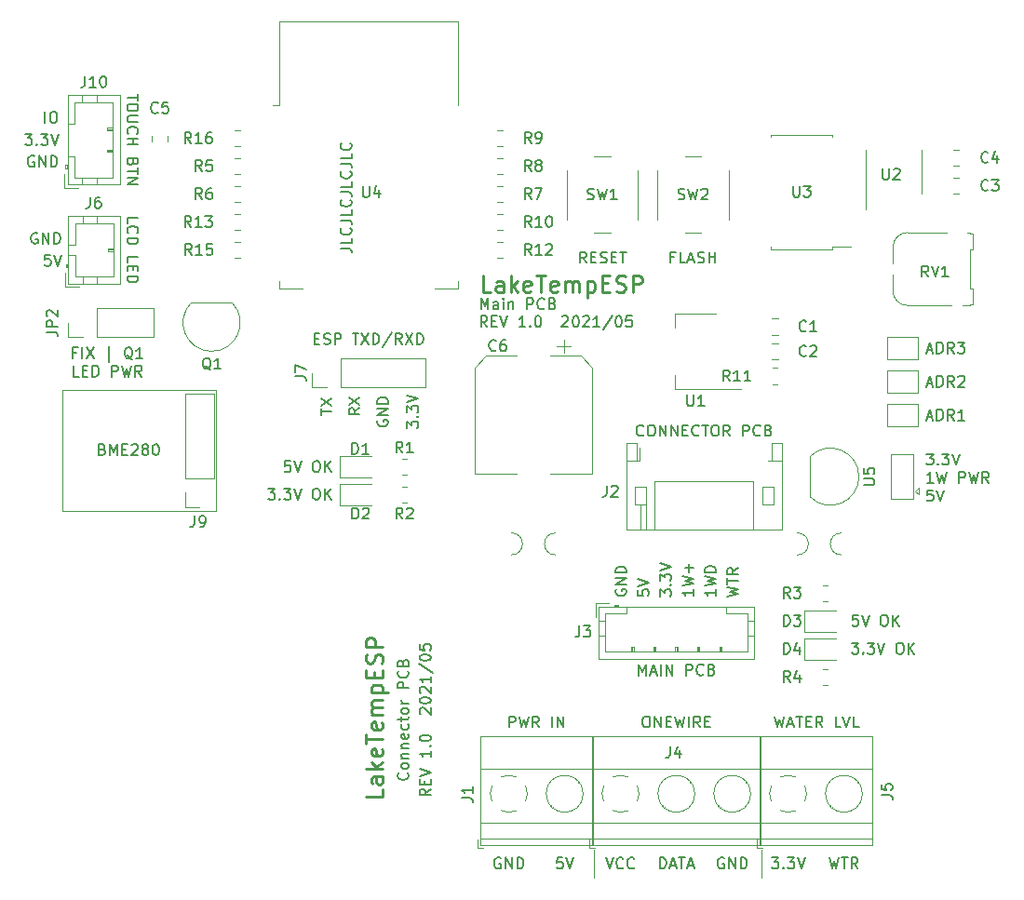
<source format=gbr>
%TF.GenerationSoftware,KiCad,Pcbnew,(5.1.9)-1*%
%TF.CreationDate,2021-05-22T23:47:24+02:00*%
%TF.ProjectId,LakeTemp,4c616b65-5465-46d7-902e-6b696361645f,1.0*%
%TF.SameCoordinates,Original*%
%TF.FileFunction,Legend,Top*%
%TF.FilePolarity,Positive*%
%FSLAX46Y46*%
G04 Gerber Fmt 4.6, Leading zero omitted, Abs format (unit mm)*
G04 Created by KiCad (PCBNEW (5.1.9)-1) date 2021-05-22 23:47:24*
%MOMM*%
%LPD*%
G01*
G04 APERTURE LIST*
%ADD10C,0.150000*%
%ADD11C,0.250000*%
%ADD12C,0.120000*%
%ADD13C,0.100000*%
G04 APERTURE END LIST*
D10*
X149726667Y-80402380D02*
X149726667Y-79402380D01*
X150060000Y-80116666D01*
X150393333Y-79402380D01*
X150393333Y-80402380D01*
X151298095Y-80402380D02*
X151298095Y-79878571D01*
X151250476Y-79783333D01*
X151155238Y-79735714D01*
X150964762Y-79735714D01*
X150869524Y-79783333D01*
X151298095Y-80354761D02*
X151202857Y-80402380D01*
X150964762Y-80402380D01*
X150869524Y-80354761D01*
X150821905Y-80259523D01*
X150821905Y-80164285D01*
X150869524Y-80069047D01*
X150964762Y-80021428D01*
X151202857Y-80021428D01*
X151298095Y-79973809D01*
X151774286Y-80402380D02*
X151774286Y-79735714D01*
X151774286Y-79402380D02*
X151726667Y-79450000D01*
X151774286Y-79497619D01*
X151821905Y-79450000D01*
X151774286Y-79402380D01*
X151774286Y-79497619D01*
X152250476Y-79735714D02*
X152250476Y-80402380D01*
X152250476Y-79830952D02*
X152298095Y-79783333D01*
X152393333Y-79735714D01*
X152536190Y-79735714D01*
X152631429Y-79783333D01*
X152679048Y-79878571D01*
X152679048Y-80402380D01*
X153917143Y-80402380D02*
X153917143Y-79402380D01*
X154298095Y-79402380D01*
X154393333Y-79450000D01*
X154440952Y-79497619D01*
X154488571Y-79592857D01*
X154488571Y-79735714D01*
X154440952Y-79830952D01*
X154393333Y-79878571D01*
X154298095Y-79926190D01*
X153917143Y-79926190D01*
X155488571Y-80307142D02*
X155440952Y-80354761D01*
X155298095Y-80402380D01*
X155202857Y-80402380D01*
X155060000Y-80354761D01*
X154964762Y-80259523D01*
X154917143Y-80164285D01*
X154869524Y-79973809D01*
X154869524Y-79830952D01*
X154917143Y-79640476D01*
X154964762Y-79545238D01*
X155060000Y-79450000D01*
X155202857Y-79402380D01*
X155298095Y-79402380D01*
X155440952Y-79450000D01*
X155488571Y-79497619D01*
X156250476Y-79878571D02*
X156393333Y-79926190D01*
X156440952Y-79973809D01*
X156488571Y-80069047D01*
X156488571Y-80211904D01*
X156440952Y-80307142D01*
X156393333Y-80354761D01*
X156298095Y-80402380D01*
X155917143Y-80402380D01*
X155917143Y-79402380D01*
X156250476Y-79402380D01*
X156345714Y-79450000D01*
X156393333Y-79497619D01*
X156440952Y-79592857D01*
X156440952Y-79688095D01*
X156393333Y-79783333D01*
X156345714Y-79830952D01*
X156250476Y-79878571D01*
X155917143Y-79878571D01*
X150298095Y-82002380D02*
X149964762Y-81526190D01*
X149726667Y-82002380D02*
X149726667Y-81002380D01*
X150107619Y-81002380D01*
X150202857Y-81050000D01*
X150250476Y-81097619D01*
X150298095Y-81192857D01*
X150298095Y-81335714D01*
X150250476Y-81430952D01*
X150202857Y-81478571D01*
X150107619Y-81526190D01*
X149726667Y-81526190D01*
X150726667Y-81478571D02*
X151060000Y-81478571D01*
X151202857Y-82002380D02*
X150726667Y-82002380D01*
X150726667Y-81002380D01*
X151202857Y-81002380D01*
X151488571Y-81002380D02*
X151821905Y-82002380D01*
X152155238Y-81002380D01*
X153774286Y-82002380D02*
X153202857Y-82002380D01*
X153488571Y-82002380D02*
X153488571Y-81002380D01*
X153393333Y-81145238D01*
X153298095Y-81240476D01*
X153202857Y-81288095D01*
X154202857Y-81907142D02*
X154250476Y-81954761D01*
X154202857Y-82002380D01*
X154155238Y-81954761D01*
X154202857Y-81907142D01*
X154202857Y-82002380D01*
X154869524Y-81002380D02*
X154964762Y-81002380D01*
X155060000Y-81050000D01*
X155107619Y-81097619D01*
X155155238Y-81192857D01*
X155202857Y-81383333D01*
X155202857Y-81621428D01*
X155155238Y-81811904D01*
X155107619Y-81907142D01*
X155060000Y-81954761D01*
X154964762Y-82002380D01*
X154869524Y-82002380D01*
X154774286Y-81954761D01*
X154726667Y-81907142D01*
X154679048Y-81811904D01*
X154631429Y-81621428D01*
X154631429Y-81383333D01*
X154679048Y-81192857D01*
X154726667Y-81097619D01*
X154774286Y-81050000D01*
X154869524Y-81002380D01*
X157107619Y-81097619D02*
X157155238Y-81050000D01*
X157250476Y-81002380D01*
X157488571Y-81002380D01*
X157583810Y-81050000D01*
X157631429Y-81097619D01*
X157679048Y-81192857D01*
X157679048Y-81288095D01*
X157631429Y-81430952D01*
X157060000Y-82002380D01*
X157679048Y-82002380D01*
X158298095Y-81002380D02*
X158393333Y-81002380D01*
X158488571Y-81050000D01*
X158536190Y-81097619D01*
X158583810Y-81192857D01*
X158631429Y-81383333D01*
X158631429Y-81621428D01*
X158583810Y-81811904D01*
X158536190Y-81907142D01*
X158488571Y-81954761D01*
X158393333Y-82002380D01*
X158298095Y-82002380D01*
X158202857Y-81954761D01*
X158155238Y-81907142D01*
X158107619Y-81811904D01*
X158060000Y-81621428D01*
X158060000Y-81383333D01*
X158107619Y-81192857D01*
X158155238Y-81097619D01*
X158202857Y-81050000D01*
X158298095Y-81002380D01*
X159012381Y-81097619D02*
X159060000Y-81050000D01*
X159155238Y-81002380D01*
X159393333Y-81002380D01*
X159488571Y-81050000D01*
X159536190Y-81097619D01*
X159583810Y-81192857D01*
X159583810Y-81288095D01*
X159536190Y-81430952D01*
X158964762Y-82002380D01*
X159583810Y-82002380D01*
X160536190Y-82002380D02*
X159964762Y-82002380D01*
X160250476Y-82002380D02*
X160250476Y-81002380D01*
X160155238Y-81145238D01*
X160060000Y-81240476D01*
X159964762Y-81288095D01*
X161679048Y-80954761D02*
X160821905Y-82240476D01*
X162202857Y-81002380D02*
X162298095Y-81002380D01*
X162393333Y-81050000D01*
X162440952Y-81097619D01*
X162488571Y-81192857D01*
X162536190Y-81383333D01*
X162536190Y-81621428D01*
X162488571Y-81811904D01*
X162440952Y-81907142D01*
X162393333Y-81954761D01*
X162298095Y-82002380D01*
X162202857Y-82002380D01*
X162107619Y-81954761D01*
X162060000Y-81907142D01*
X162012381Y-81811904D01*
X161964762Y-81621428D01*
X161964762Y-81383333D01*
X162012381Y-81192857D01*
X162060000Y-81097619D01*
X162107619Y-81050000D01*
X162202857Y-81002380D01*
X163440952Y-81002380D02*
X162964762Y-81002380D01*
X162917143Y-81478571D01*
X162964762Y-81430952D01*
X163060000Y-81383333D01*
X163298095Y-81383333D01*
X163393333Y-81430952D01*
X163440952Y-81478571D01*
X163488571Y-81573809D01*
X163488571Y-81811904D01*
X163440952Y-81907142D01*
X163393333Y-81954761D01*
X163298095Y-82002380D01*
X163060000Y-82002380D01*
X162964762Y-81954761D01*
X162917143Y-81907142D01*
D11*
X150610000Y-78828571D02*
X149895714Y-78828571D01*
X149895714Y-77328571D01*
X151752857Y-78828571D02*
X151752857Y-78042857D01*
X151681428Y-77900000D01*
X151538571Y-77828571D01*
X151252857Y-77828571D01*
X151110000Y-77900000D01*
X151752857Y-78757142D02*
X151610000Y-78828571D01*
X151252857Y-78828571D01*
X151110000Y-78757142D01*
X151038571Y-78614285D01*
X151038571Y-78471428D01*
X151110000Y-78328571D01*
X151252857Y-78257142D01*
X151610000Y-78257142D01*
X151752857Y-78185714D01*
X152467142Y-78828571D02*
X152467142Y-77328571D01*
X152610000Y-78257142D02*
X153038571Y-78828571D01*
X153038571Y-77828571D02*
X152467142Y-78400000D01*
X154252857Y-78757142D02*
X154110000Y-78828571D01*
X153824285Y-78828571D01*
X153681428Y-78757142D01*
X153610000Y-78614285D01*
X153610000Y-78042857D01*
X153681428Y-77900000D01*
X153824285Y-77828571D01*
X154110000Y-77828571D01*
X154252857Y-77900000D01*
X154324285Y-78042857D01*
X154324285Y-78185714D01*
X153610000Y-78328571D01*
X154752857Y-77328571D02*
X155610000Y-77328571D01*
X155181428Y-78828571D02*
X155181428Y-77328571D01*
X156681428Y-78757142D02*
X156538571Y-78828571D01*
X156252857Y-78828571D01*
X156110000Y-78757142D01*
X156038571Y-78614285D01*
X156038571Y-78042857D01*
X156110000Y-77900000D01*
X156252857Y-77828571D01*
X156538571Y-77828571D01*
X156681428Y-77900000D01*
X156752857Y-78042857D01*
X156752857Y-78185714D01*
X156038571Y-78328571D01*
X157395714Y-78828571D02*
X157395714Y-77828571D01*
X157395714Y-77971428D02*
X157467142Y-77900000D01*
X157610000Y-77828571D01*
X157824285Y-77828571D01*
X157967142Y-77900000D01*
X158038571Y-78042857D01*
X158038571Y-78828571D01*
X158038571Y-78042857D02*
X158110000Y-77900000D01*
X158252857Y-77828571D01*
X158467142Y-77828571D01*
X158610000Y-77900000D01*
X158681428Y-78042857D01*
X158681428Y-78828571D01*
X159395714Y-77828571D02*
X159395714Y-79328571D01*
X159395714Y-77900000D02*
X159538571Y-77828571D01*
X159824285Y-77828571D01*
X159967142Y-77900000D01*
X160038571Y-77971428D01*
X160110000Y-78114285D01*
X160110000Y-78542857D01*
X160038571Y-78685714D01*
X159967142Y-78757142D01*
X159824285Y-78828571D01*
X159538571Y-78828571D01*
X159395714Y-78757142D01*
X160752857Y-78042857D02*
X161252857Y-78042857D01*
X161467142Y-78828571D02*
X160752857Y-78828571D01*
X160752857Y-77328571D01*
X161467142Y-77328571D01*
X162038571Y-78757142D02*
X162252857Y-78828571D01*
X162610000Y-78828571D01*
X162752857Y-78757142D01*
X162824285Y-78685714D01*
X162895714Y-78542857D01*
X162895714Y-78400000D01*
X162824285Y-78257142D01*
X162752857Y-78185714D01*
X162610000Y-78114285D01*
X162324285Y-78042857D01*
X162181428Y-77971428D01*
X162110000Y-77900000D01*
X162038571Y-77757142D01*
X162038571Y-77614285D01*
X162110000Y-77471428D01*
X162181428Y-77400000D01*
X162324285Y-77328571D01*
X162681428Y-77328571D01*
X162895714Y-77400000D01*
X163538571Y-78828571D02*
X163538571Y-77328571D01*
X164110000Y-77328571D01*
X164252857Y-77400000D01*
X164324285Y-77471428D01*
X164395714Y-77614285D01*
X164395714Y-77828571D01*
X164324285Y-77971428D01*
X164252857Y-78042857D01*
X164110000Y-78114285D01*
X163538571Y-78114285D01*
D10*
X145162380Y-124035714D02*
X144686190Y-124369047D01*
X145162380Y-124607142D02*
X144162380Y-124607142D01*
X144162380Y-124226190D01*
X144210000Y-124130952D01*
X144257619Y-124083333D01*
X144352857Y-124035714D01*
X144495714Y-124035714D01*
X144590952Y-124083333D01*
X144638571Y-124130952D01*
X144686190Y-124226190D01*
X144686190Y-124607142D01*
X144638571Y-123607142D02*
X144638571Y-123273809D01*
X145162380Y-123130952D02*
X145162380Y-123607142D01*
X144162380Y-123607142D01*
X144162380Y-123130952D01*
X144162380Y-122845238D02*
X145162380Y-122511904D01*
X144162380Y-122178571D01*
X145162380Y-120559523D02*
X145162380Y-121130952D01*
X145162380Y-120845238D02*
X144162380Y-120845238D01*
X144305238Y-120940476D01*
X144400476Y-121035714D01*
X144448095Y-121130952D01*
X145067142Y-120130952D02*
X145114761Y-120083333D01*
X145162380Y-120130952D01*
X145114761Y-120178571D01*
X145067142Y-120130952D01*
X145162380Y-120130952D01*
X144162380Y-119464285D02*
X144162380Y-119369047D01*
X144210000Y-119273809D01*
X144257619Y-119226190D01*
X144352857Y-119178571D01*
X144543333Y-119130952D01*
X144781428Y-119130952D01*
X144971904Y-119178571D01*
X145067142Y-119226190D01*
X145114761Y-119273809D01*
X145162380Y-119369047D01*
X145162380Y-119464285D01*
X145114761Y-119559523D01*
X145067142Y-119607142D01*
X144971904Y-119654761D01*
X144781428Y-119702380D01*
X144543333Y-119702380D01*
X144352857Y-119654761D01*
X144257619Y-119607142D01*
X144210000Y-119559523D01*
X144162380Y-119464285D01*
X144257619Y-117226190D02*
X144210000Y-117178571D01*
X144162380Y-117083333D01*
X144162380Y-116845238D01*
X144210000Y-116750000D01*
X144257619Y-116702380D01*
X144352857Y-116654761D01*
X144448095Y-116654761D01*
X144590952Y-116702380D01*
X145162380Y-117273809D01*
X145162380Y-116654761D01*
X144162380Y-116035714D02*
X144162380Y-115940476D01*
X144210000Y-115845238D01*
X144257619Y-115797619D01*
X144352857Y-115750000D01*
X144543333Y-115702380D01*
X144781428Y-115702380D01*
X144971904Y-115750000D01*
X145067142Y-115797619D01*
X145114761Y-115845238D01*
X145162380Y-115940476D01*
X145162380Y-116035714D01*
X145114761Y-116130952D01*
X145067142Y-116178571D01*
X144971904Y-116226190D01*
X144781428Y-116273809D01*
X144543333Y-116273809D01*
X144352857Y-116226190D01*
X144257619Y-116178571D01*
X144210000Y-116130952D01*
X144162380Y-116035714D01*
X144257619Y-115321428D02*
X144210000Y-115273809D01*
X144162380Y-115178571D01*
X144162380Y-114940476D01*
X144210000Y-114845238D01*
X144257619Y-114797619D01*
X144352857Y-114750000D01*
X144448095Y-114750000D01*
X144590952Y-114797619D01*
X145162380Y-115369047D01*
X145162380Y-114750000D01*
X145162380Y-113797619D02*
X145162380Y-114369047D01*
X145162380Y-114083333D02*
X144162380Y-114083333D01*
X144305238Y-114178571D01*
X144400476Y-114273809D01*
X144448095Y-114369047D01*
X144114761Y-112654761D02*
X145400476Y-113511904D01*
X144162380Y-112130952D02*
X144162380Y-112035714D01*
X144210000Y-111940476D01*
X144257619Y-111892857D01*
X144352857Y-111845238D01*
X144543333Y-111797619D01*
X144781428Y-111797619D01*
X144971904Y-111845238D01*
X145067142Y-111892857D01*
X145114761Y-111940476D01*
X145162380Y-112035714D01*
X145162380Y-112130952D01*
X145114761Y-112226190D01*
X145067142Y-112273809D01*
X144971904Y-112321428D01*
X144781428Y-112369047D01*
X144543333Y-112369047D01*
X144352857Y-112321428D01*
X144257619Y-112273809D01*
X144210000Y-112226190D01*
X144162380Y-112130952D01*
X144162380Y-110892857D02*
X144162380Y-111369047D01*
X144638571Y-111416666D01*
X144590952Y-111369047D01*
X144543333Y-111273809D01*
X144543333Y-111035714D01*
X144590952Y-110940476D01*
X144638571Y-110892857D01*
X144733809Y-110845238D01*
X144971904Y-110845238D01*
X145067142Y-110892857D01*
X145114761Y-110940476D01*
X145162380Y-111035714D01*
X145162380Y-111273809D01*
X145114761Y-111369047D01*
X145067142Y-111416666D01*
X143067142Y-122583333D02*
X143114761Y-122630952D01*
X143162380Y-122773809D01*
X143162380Y-122869047D01*
X143114761Y-123011904D01*
X143019523Y-123107142D01*
X142924285Y-123154761D01*
X142733809Y-123202380D01*
X142590952Y-123202380D01*
X142400476Y-123154761D01*
X142305238Y-123107142D01*
X142210000Y-123011904D01*
X142162380Y-122869047D01*
X142162380Y-122773809D01*
X142210000Y-122630952D01*
X142257619Y-122583333D01*
X143162380Y-122011904D02*
X143114761Y-122107142D01*
X143067142Y-122154761D01*
X142971904Y-122202380D01*
X142686190Y-122202380D01*
X142590952Y-122154761D01*
X142543333Y-122107142D01*
X142495714Y-122011904D01*
X142495714Y-121869047D01*
X142543333Y-121773809D01*
X142590952Y-121726190D01*
X142686190Y-121678571D01*
X142971904Y-121678571D01*
X143067142Y-121726190D01*
X143114761Y-121773809D01*
X143162380Y-121869047D01*
X143162380Y-122011904D01*
X142495714Y-121250000D02*
X143162380Y-121250000D01*
X142590952Y-121250000D02*
X142543333Y-121202380D01*
X142495714Y-121107142D01*
X142495714Y-120964285D01*
X142543333Y-120869047D01*
X142638571Y-120821428D01*
X143162380Y-120821428D01*
X142495714Y-120345238D02*
X143162380Y-120345238D01*
X142590952Y-120345238D02*
X142543333Y-120297619D01*
X142495714Y-120202380D01*
X142495714Y-120059523D01*
X142543333Y-119964285D01*
X142638571Y-119916666D01*
X143162380Y-119916666D01*
X143114761Y-119059523D02*
X143162380Y-119154761D01*
X143162380Y-119345238D01*
X143114761Y-119440476D01*
X143019523Y-119488095D01*
X142638571Y-119488095D01*
X142543333Y-119440476D01*
X142495714Y-119345238D01*
X142495714Y-119154761D01*
X142543333Y-119059523D01*
X142638571Y-119011904D01*
X142733809Y-119011904D01*
X142829047Y-119488095D01*
X143114761Y-118154761D02*
X143162380Y-118250000D01*
X143162380Y-118440476D01*
X143114761Y-118535714D01*
X143067142Y-118583333D01*
X142971904Y-118630952D01*
X142686190Y-118630952D01*
X142590952Y-118583333D01*
X142543333Y-118535714D01*
X142495714Y-118440476D01*
X142495714Y-118250000D01*
X142543333Y-118154761D01*
X142495714Y-117869047D02*
X142495714Y-117488095D01*
X142162380Y-117726190D02*
X143019523Y-117726190D01*
X143114761Y-117678571D01*
X143162380Y-117583333D01*
X143162380Y-117488095D01*
X143162380Y-117011904D02*
X143114761Y-117107142D01*
X143067142Y-117154761D01*
X142971904Y-117202380D01*
X142686190Y-117202380D01*
X142590952Y-117154761D01*
X142543333Y-117107142D01*
X142495714Y-117011904D01*
X142495714Y-116869047D01*
X142543333Y-116773809D01*
X142590952Y-116726190D01*
X142686190Y-116678571D01*
X142971904Y-116678571D01*
X143067142Y-116726190D01*
X143114761Y-116773809D01*
X143162380Y-116869047D01*
X143162380Y-117011904D01*
X143162380Y-116250000D02*
X142495714Y-116250000D01*
X142686190Y-116250000D02*
X142590952Y-116202380D01*
X142543333Y-116154761D01*
X142495714Y-116059523D01*
X142495714Y-115964285D01*
X143162380Y-114869047D02*
X142162380Y-114869047D01*
X142162380Y-114488095D01*
X142210000Y-114392857D01*
X142257619Y-114345238D01*
X142352857Y-114297619D01*
X142495714Y-114297619D01*
X142590952Y-114345238D01*
X142638571Y-114392857D01*
X142686190Y-114488095D01*
X142686190Y-114869047D01*
X143067142Y-113297619D02*
X143114761Y-113345238D01*
X143162380Y-113488095D01*
X143162380Y-113583333D01*
X143114761Y-113726190D01*
X143019523Y-113821428D01*
X142924285Y-113869047D01*
X142733809Y-113916666D01*
X142590952Y-113916666D01*
X142400476Y-113869047D01*
X142305238Y-113821428D01*
X142210000Y-113726190D01*
X142162380Y-113583333D01*
X142162380Y-113488095D01*
X142210000Y-113345238D01*
X142257619Y-113297619D01*
X142638571Y-112535714D02*
X142686190Y-112392857D01*
X142733809Y-112345238D01*
X142829047Y-112297619D01*
X142971904Y-112297619D01*
X143067142Y-112345238D01*
X143114761Y-112392857D01*
X143162380Y-112488095D01*
X143162380Y-112869047D01*
X142162380Y-112869047D01*
X142162380Y-112535714D01*
X142210000Y-112440476D01*
X142257619Y-112392857D01*
X142352857Y-112345238D01*
X142448095Y-112345238D01*
X142543333Y-112392857D01*
X142590952Y-112440476D01*
X142638571Y-112535714D01*
X142638571Y-112869047D01*
D11*
X140788571Y-124050000D02*
X140788571Y-124764285D01*
X139288571Y-124764285D01*
X140788571Y-122907142D02*
X140002857Y-122907142D01*
X139860000Y-122978571D01*
X139788571Y-123121428D01*
X139788571Y-123407142D01*
X139860000Y-123550000D01*
X140717142Y-122907142D02*
X140788571Y-123050000D01*
X140788571Y-123407142D01*
X140717142Y-123550000D01*
X140574285Y-123621428D01*
X140431428Y-123621428D01*
X140288571Y-123550000D01*
X140217142Y-123407142D01*
X140217142Y-123050000D01*
X140145714Y-122907142D01*
X140788571Y-122192857D02*
X139288571Y-122192857D01*
X140217142Y-122050000D02*
X140788571Y-121621428D01*
X139788571Y-121621428D02*
X140360000Y-122192857D01*
X140717142Y-120407142D02*
X140788571Y-120550000D01*
X140788571Y-120835714D01*
X140717142Y-120978571D01*
X140574285Y-121050000D01*
X140002857Y-121050000D01*
X139860000Y-120978571D01*
X139788571Y-120835714D01*
X139788571Y-120550000D01*
X139860000Y-120407142D01*
X140002857Y-120335714D01*
X140145714Y-120335714D01*
X140288571Y-121050000D01*
X139288571Y-119907142D02*
X139288571Y-119050000D01*
X140788571Y-119478571D02*
X139288571Y-119478571D01*
X140717142Y-117978571D02*
X140788571Y-118121428D01*
X140788571Y-118407142D01*
X140717142Y-118550000D01*
X140574285Y-118621428D01*
X140002857Y-118621428D01*
X139860000Y-118550000D01*
X139788571Y-118407142D01*
X139788571Y-118121428D01*
X139860000Y-117978571D01*
X140002857Y-117907142D01*
X140145714Y-117907142D01*
X140288571Y-118621428D01*
X140788571Y-117264285D02*
X139788571Y-117264285D01*
X139931428Y-117264285D02*
X139860000Y-117192857D01*
X139788571Y-117050000D01*
X139788571Y-116835714D01*
X139860000Y-116692857D01*
X140002857Y-116621428D01*
X140788571Y-116621428D01*
X140002857Y-116621428D02*
X139860000Y-116550000D01*
X139788571Y-116407142D01*
X139788571Y-116192857D01*
X139860000Y-116050000D01*
X140002857Y-115978571D01*
X140788571Y-115978571D01*
X139788571Y-115264285D02*
X141288571Y-115264285D01*
X139860000Y-115264285D02*
X139788571Y-115121428D01*
X139788571Y-114835714D01*
X139860000Y-114692857D01*
X139931428Y-114621428D01*
X140074285Y-114550000D01*
X140502857Y-114550000D01*
X140645714Y-114621428D01*
X140717142Y-114692857D01*
X140788571Y-114835714D01*
X140788571Y-115121428D01*
X140717142Y-115264285D01*
X140002857Y-113907142D02*
X140002857Y-113407142D01*
X140788571Y-113192857D02*
X140788571Y-113907142D01*
X139288571Y-113907142D01*
X139288571Y-113192857D01*
X140717142Y-112621428D02*
X140788571Y-112407142D01*
X140788571Y-112050000D01*
X140717142Y-111907142D01*
X140645714Y-111835714D01*
X140502857Y-111764285D01*
X140360000Y-111764285D01*
X140217142Y-111835714D01*
X140145714Y-111907142D01*
X140074285Y-112050000D01*
X140002857Y-112335714D01*
X139931428Y-112478571D01*
X139860000Y-112550000D01*
X139717142Y-112621428D01*
X139574285Y-112621428D01*
X139431428Y-112550000D01*
X139360000Y-112478571D01*
X139288571Y-112335714D01*
X139288571Y-111978571D01*
X139360000Y-111764285D01*
X140788571Y-111121428D02*
X139288571Y-111121428D01*
X139288571Y-110550000D01*
X139360000Y-110407142D01*
X139431428Y-110335714D01*
X139574285Y-110264285D01*
X139788571Y-110264285D01*
X139931428Y-110335714D01*
X140002857Y-110407142D01*
X140074285Y-110550000D01*
X140074285Y-111121428D01*
D10*
X136962380Y-74869047D02*
X137676666Y-74869047D01*
X137819523Y-74916666D01*
X137914761Y-75011904D01*
X137962380Y-75154761D01*
X137962380Y-75250000D01*
X137962380Y-73916666D02*
X137962380Y-74392857D01*
X136962380Y-74392857D01*
X137867142Y-73011904D02*
X137914761Y-73059523D01*
X137962380Y-73202380D01*
X137962380Y-73297619D01*
X137914761Y-73440476D01*
X137819523Y-73535714D01*
X137724285Y-73583333D01*
X137533809Y-73630952D01*
X137390952Y-73630952D01*
X137200476Y-73583333D01*
X137105238Y-73535714D01*
X137010000Y-73440476D01*
X136962380Y-73297619D01*
X136962380Y-73202380D01*
X137010000Y-73059523D01*
X137057619Y-73011904D01*
X136962380Y-72297619D02*
X137676666Y-72297619D01*
X137819523Y-72345238D01*
X137914761Y-72440476D01*
X137962380Y-72583333D01*
X137962380Y-72678571D01*
X137962380Y-71345238D02*
X137962380Y-71821428D01*
X136962380Y-71821428D01*
X137867142Y-70440476D02*
X137914761Y-70488095D01*
X137962380Y-70630952D01*
X137962380Y-70726190D01*
X137914761Y-70869047D01*
X137819523Y-70964285D01*
X137724285Y-71011904D01*
X137533809Y-71059523D01*
X137390952Y-71059523D01*
X137200476Y-71011904D01*
X137105238Y-70964285D01*
X137010000Y-70869047D01*
X136962380Y-70726190D01*
X136962380Y-70630952D01*
X137010000Y-70488095D01*
X137057619Y-70440476D01*
X136962380Y-69726190D02*
X137676666Y-69726190D01*
X137819523Y-69773809D01*
X137914761Y-69869047D01*
X137962380Y-70011904D01*
X137962380Y-70107142D01*
X137962380Y-68773809D02*
X137962380Y-69250000D01*
X136962380Y-69250000D01*
X137867142Y-67869047D02*
X137914761Y-67916666D01*
X137962380Y-68059523D01*
X137962380Y-68154761D01*
X137914761Y-68297619D01*
X137819523Y-68392857D01*
X137724285Y-68440476D01*
X137533809Y-68488095D01*
X137390952Y-68488095D01*
X137200476Y-68440476D01*
X137105238Y-68392857D01*
X137010000Y-68297619D01*
X136962380Y-68154761D01*
X136962380Y-68059523D01*
X137010000Y-67916666D01*
X137057619Y-67869047D01*
X136962380Y-67154761D02*
X137676666Y-67154761D01*
X137819523Y-67202380D01*
X137914761Y-67297619D01*
X137962380Y-67440476D01*
X137962380Y-67535714D01*
X137962380Y-66202380D02*
X137962380Y-66678571D01*
X136962380Y-66678571D01*
X137867142Y-65297619D02*
X137914761Y-65345238D01*
X137962380Y-65488095D01*
X137962380Y-65583333D01*
X137914761Y-65726190D01*
X137819523Y-65821428D01*
X137724285Y-65869047D01*
X137533809Y-65916666D01*
X137390952Y-65916666D01*
X137200476Y-65869047D01*
X137105238Y-65821428D01*
X137010000Y-65726190D01*
X136962380Y-65583333D01*
X136962380Y-65488095D01*
X137010000Y-65345238D01*
X137057619Y-65297619D01*
X134581428Y-83062571D02*
X134914761Y-83062571D01*
X135057619Y-83586380D02*
X134581428Y-83586380D01*
X134581428Y-82586380D01*
X135057619Y-82586380D01*
X135438571Y-83538761D02*
X135581428Y-83586380D01*
X135819523Y-83586380D01*
X135914761Y-83538761D01*
X135962380Y-83491142D01*
X136010000Y-83395904D01*
X136010000Y-83300666D01*
X135962380Y-83205428D01*
X135914761Y-83157809D01*
X135819523Y-83110190D01*
X135629047Y-83062571D01*
X135533809Y-83014952D01*
X135486190Y-82967333D01*
X135438571Y-82872095D01*
X135438571Y-82776857D01*
X135486190Y-82681619D01*
X135533809Y-82634000D01*
X135629047Y-82586380D01*
X135867142Y-82586380D01*
X136010000Y-82634000D01*
X136438571Y-83586380D02*
X136438571Y-82586380D01*
X136819523Y-82586380D01*
X136914761Y-82634000D01*
X136962380Y-82681619D01*
X137010000Y-82776857D01*
X137010000Y-82919714D01*
X136962380Y-83014952D01*
X136914761Y-83062571D01*
X136819523Y-83110190D01*
X136438571Y-83110190D01*
X138057619Y-82586380D02*
X138629047Y-82586380D01*
X138343333Y-83586380D02*
X138343333Y-82586380D01*
X138867142Y-82586380D02*
X139533809Y-83586380D01*
X139533809Y-82586380D02*
X138867142Y-83586380D01*
X139914761Y-83586380D02*
X139914761Y-82586380D01*
X140152857Y-82586380D01*
X140295714Y-82634000D01*
X140390952Y-82729238D01*
X140438571Y-82824476D01*
X140486190Y-83014952D01*
X140486190Y-83157809D01*
X140438571Y-83348285D01*
X140390952Y-83443523D01*
X140295714Y-83538761D01*
X140152857Y-83586380D01*
X139914761Y-83586380D01*
X141629047Y-82538761D02*
X140771904Y-83824476D01*
X142533809Y-83586380D02*
X142200476Y-83110190D01*
X141962380Y-83586380D02*
X141962380Y-82586380D01*
X142343333Y-82586380D01*
X142438571Y-82634000D01*
X142486190Y-82681619D01*
X142533809Y-82776857D01*
X142533809Y-82919714D01*
X142486190Y-83014952D01*
X142438571Y-83062571D01*
X142343333Y-83110190D01*
X141962380Y-83110190D01*
X142867142Y-82586380D02*
X143533809Y-83586380D01*
X143533809Y-82586380D02*
X142867142Y-83586380D01*
X143914761Y-83586380D02*
X143914761Y-82586380D01*
X144152857Y-82586380D01*
X144295714Y-82634000D01*
X144390952Y-82729238D01*
X144438571Y-82824476D01*
X144486190Y-83014952D01*
X144486190Y-83157809D01*
X144438571Y-83348285D01*
X144390952Y-83443523D01*
X144295714Y-83538761D01*
X144152857Y-83586380D01*
X143914761Y-83586380D01*
X112950476Y-84353571D02*
X112617142Y-84353571D01*
X112617142Y-84877380D02*
X112617142Y-83877380D01*
X113093333Y-83877380D01*
X113474285Y-84877380D02*
X113474285Y-83877380D01*
X113855238Y-83877380D02*
X114521904Y-84877380D01*
X114521904Y-83877380D02*
X113855238Y-84877380D01*
X115902857Y-85210714D02*
X115902857Y-83782142D01*
X118045714Y-84972619D02*
X117950476Y-84925000D01*
X117855238Y-84829761D01*
X117712380Y-84686904D01*
X117617142Y-84639285D01*
X117521904Y-84639285D01*
X117569523Y-84877380D02*
X117474285Y-84829761D01*
X117379047Y-84734523D01*
X117331428Y-84544047D01*
X117331428Y-84210714D01*
X117379047Y-84020238D01*
X117474285Y-83925000D01*
X117569523Y-83877380D01*
X117760000Y-83877380D01*
X117855238Y-83925000D01*
X117950476Y-84020238D01*
X117998095Y-84210714D01*
X117998095Y-84544047D01*
X117950476Y-84734523D01*
X117855238Y-84829761D01*
X117760000Y-84877380D01*
X117569523Y-84877380D01*
X118950476Y-84877380D02*
X118379047Y-84877380D01*
X118664761Y-84877380D02*
X118664761Y-83877380D01*
X118569523Y-84020238D01*
X118474285Y-84115476D01*
X118379047Y-84163095D01*
X113164761Y-86527380D02*
X112688571Y-86527380D01*
X112688571Y-85527380D01*
X113498095Y-86003571D02*
X113831428Y-86003571D01*
X113974285Y-86527380D02*
X113498095Y-86527380D01*
X113498095Y-85527380D01*
X113974285Y-85527380D01*
X114402857Y-86527380D02*
X114402857Y-85527380D01*
X114640952Y-85527380D01*
X114783809Y-85575000D01*
X114879047Y-85670238D01*
X114926666Y-85765476D01*
X114974285Y-85955952D01*
X114974285Y-86098809D01*
X114926666Y-86289285D01*
X114879047Y-86384523D01*
X114783809Y-86479761D01*
X114640952Y-86527380D01*
X114402857Y-86527380D01*
X116164761Y-86527380D02*
X116164761Y-85527380D01*
X116545714Y-85527380D01*
X116640952Y-85575000D01*
X116688571Y-85622619D01*
X116736190Y-85717857D01*
X116736190Y-85860714D01*
X116688571Y-85955952D01*
X116640952Y-86003571D01*
X116545714Y-86051190D01*
X116164761Y-86051190D01*
X117069523Y-85527380D02*
X117307619Y-86527380D01*
X117498095Y-85813095D01*
X117688571Y-86527380D01*
X117926666Y-85527380D01*
X118879047Y-86527380D02*
X118545714Y-86051190D01*
X118307619Y-86527380D02*
X118307619Y-85527380D01*
X118688571Y-85527380D01*
X118783809Y-85575000D01*
X118831428Y-85622619D01*
X118879047Y-85717857D01*
X118879047Y-85860714D01*
X118831428Y-85955952D01*
X118783809Y-86003571D01*
X118688571Y-86051190D01*
X118307619Y-86051190D01*
X110093333Y-63452380D02*
X110093333Y-62452380D01*
X110760000Y-62452380D02*
X110950476Y-62452380D01*
X111045714Y-62500000D01*
X111140952Y-62595238D01*
X111188571Y-62785714D01*
X111188571Y-63119047D01*
X111140952Y-63309523D01*
X111045714Y-63404761D01*
X110950476Y-63452380D01*
X110760000Y-63452380D01*
X110664762Y-63404761D01*
X110569523Y-63309523D01*
X110521904Y-63119047D01*
X110521904Y-62785714D01*
X110569523Y-62595238D01*
X110664762Y-62500000D01*
X110760000Y-62452380D01*
X108283809Y-64452380D02*
X108902857Y-64452380D01*
X108569523Y-64833333D01*
X108712380Y-64833333D01*
X108807619Y-64880952D01*
X108855238Y-64928571D01*
X108902857Y-65023809D01*
X108902857Y-65261904D01*
X108855238Y-65357142D01*
X108807619Y-65404761D01*
X108712380Y-65452380D01*
X108426666Y-65452380D01*
X108331428Y-65404761D01*
X108283809Y-65357142D01*
X109331428Y-65357142D02*
X109379047Y-65404761D01*
X109331428Y-65452380D01*
X109283809Y-65404761D01*
X109331428Y-65357142D01*
X109331428Y-65452380D01*
X109712380Y-64452380D02*
X110331428Y-64452380D01*
X109998095Y-64833333D01*
X110140952Y-64833333D01*
X110236190Y-64880952D01*
X110283809Y-64928571D01*
X110331428Y-65023809D01*
X110331428Y-65261904D01*
X110283809Y-65357142D01*
X110236190Y-65404761D01*
X110140952Y-65452380D01*
X109855238Y-65452380D01*
X109760000Y-65404761D01*
X109712380Y-65357142D01*
X110617142Y-64452380D02*
X110950476Y-65452380D01*
X111283809Y-64452380D01*
X109093333Y-66500000D02*
X108998095Y-66452380D01*
X108855238Y-66452380D01*
X108712380Y-66500000D01*
X108617142Y-66595238D01*
X108569523Y-66690476D01*
X108521904Y-66880952D01*
X108521904Y-67023809D01*
X108569523Y-67214285D01*
X108617142Y-67309523D01*
X108712380Y-67404761D01*
X108855238Y-67452380D01*
X108950476Y-67452380D01*
X109093333Y-67404761D01*
X109140952Y-67357142D01*
X109140952Y-67023809D01*
X108950476Y-67023809D01*
X109569523Y-67452380D02*
X109569523Y-66452380D01*
X110140952Y-67452380D01*
X110140952Y-66452380D01*
X110617142Y-67452380D02*
X110617142Y-66452380D01*
X110855238Y-66452380D01*
X110998095Y-66500000D01*
X111093333Y-66595238D01*
X111140952Y-66690476D01*
X111188571Y-66880952D01*
X111188571Y-67023809D01*
X111140952Y-67214285D01*
X111093333Y-67309523D01*
X110998095Y-67404761D01*
X110855238Y-67452380D01*
X110617142Y-67452380D01*
X118557619Y-60857142D02*
X118557619Y-61428571D01*
X117557619Y-61142857D02*
X118557619Y-61142857D01*
X118557619Y-61952380D02*
X118557619Y-62142857D01*
X118510000Y-62238095D01*
X118414761Y-62333333D01*
X118224285Y-62380952D01*
X117890952Y-62380952D01*
X117700476Y-62333333D01*
X117605238Y-62238095D01*
X117557619Y-62142857D01*
X117557619Y-61952380D01*
X117605238Y-61857142D01*
X117700476Y-61761904D01*
X117890952Y-61714285D01*
X118224285Y-61714285D01*
X118414761Y-61761904D01*
X118510000Y-61857142D01*
X118557619Y-61952380D01*
X118557619Y-62809523D02*
X117748095Y-62809523D01*
X117652857Y-62857142D01*
X117605238Y-62904761D01*
X117557619Y-63000000D01*
X117557619Y-63190476D01*
X117605238Y-63285714D01*
X117652857Y-63333333D01*
X117748095Y-63380952D01*
X118557619Y-63380952D01*
X117652857Y-64428571D02*
X117605238Y-64380952D01*
X117557619Y-64238095D01*
X117557619Y-64142857D01*
X117605238Y-64000000D01*
X117700476Y-63904761D01*
X117795714Y-63857142D01*
X117986190Y-63809523D01*
X118129047Y-63809523D01*
X118319523Y-63857142D01*
X118414761Y-63904761D01*
X118510000Y-64000000D01*
X118557619Y-64142857D01*
X118557619Y-64238095D01*
X118510000Y-64380952D01*
X118462380Y-64428571D01*
X117557619Y-64857142D02*
X118557619Y-64857142D01*
X118081428Y-64857142D02*
X118081428Y-65428571D01*
X117557619Y-65428571D02*
X118557619Y-65428571D01*
X118081428Y-67000000D02*
X118033809Y-67142857D01*
X117986190Y-67190476D01*
X117890952Y-67238095D01*
X117748095Y-67238095D01*
X117652857Y-67190476D01*
X117605238Y-67142857D01*
X117557619Y-67047619D01*
X117557619Y-66666666D01*
X118557619Y-66666666D01*
X118557619Y-67000000D01*
X118510000Y-67095238D01*
X118462380Y-67142857D01*
X118367142Y-67190476D01*
X118271904Y-67190476D01*
X118176666Y-67142857D01*
X118129047Y-67095238D01*
X118081428Y-67000000D01*
X118081428Y-66666666D01*
X118557619Y-67523809D02*
X118557619Y-68095238D01*
X117557619Y-67809523D02*
X118557619Y-67809523D01*
X117557619Y-68428571D02*
X118557619Y-68428571D01*
X117557619Y-69000000D01*
X118557619Y-69000000D01*
X117557619Y-72571428D02*
X117557619Y-72095238D01*
X118557619Y-72095238D01*
X117652857Y-73476190D02*
X117605238Y-73428571D01*
X117557619Y-73285714D01*
X117557619Y-73190476D01*
X117605238Y-73047619D01*
X117700476Y-72952380D01*
X117795714Y-72904761D01*
X117986190Y-72857142D01*
X118129047Y-72857142D01*
X118319523Y-72904761D01*
X118414761Y-72952380D01*
X118510000Y-73047619D01*
X118557619Y-73190476D01*
X118557619Y-73285714D01*
X118510000Y-73428571D01*
X118462380Y-73476190D01*
X117557619Y-73904761D02*
X118557619Y-73904761D01*
X118557619Y-74142857D01*
X118510000Y-74285714D01*
X118414761Y-74380952D01*
X118319523Y-74428571D01*
X118129047Y-74476190D01*
X117986190Y-74476190D01*
X117795714Y-74428571D01*
X117700476Y-74380952D01*
X117605238Y-74285714D01*
X117557619Y-74142857D01*
X117557619Y-73904761D01*
X117557619Y-76142857D02*
X117557619Y-75666666D01*
X118557619Y-75666666D01*
X118081428Y-76476190D02*
X118081428Y-76809523D01*
X117557619Y-76952380D02*
X117557619Y-76476190D01*
X118557619Y-76476190D01*
X118557619Y-76952380D01*
X117557619Y-77380952D02*
X118557619Y-77380952D01*
X118557619Y-77619047D01*
X118510000Y-77761904D01*
X118414761Y-77857142D01*
X118319523Y-77904761D01*
X118129047Y-77952380D01*
X117986190Y-77952380D01*
X117795714Y-77904761D01*
X117700476Y-77857142D01*
X117605238Y-77761904D01*
X117557619Y-77619047D01*
X117557619Y-77380952D01*
X109379047Y-73500000D02*
X109283809Y-73452380D01*
X109140952Y-73452380D01*
X108998094Y-73500000D01*
X108902856Y-73595238D01*
X108855237Y-73690476D01*
X108807618Y-73880952D01*
X108807618Y-74023809D01*
X108855237Y-74214285D01*
X108902856Y-74309523D01*
X108998094Y-74404761D01*
X109140952Y-74452380D01*
X109236190Y-74452380D01*
X109379047Y-74404761D01*
X109426666Y-74357142D01*
X109426666Y-74023809D01*
X109236190Y-74023809D01*
X109855237Y-74452380D02*
X109855237Y-73452380D01*
X110426666Y-74452380D01*
X110426666Y-73452380D01*
X110902856Y-74452380D02*
X110902856Y-73452380D01*
X111140952Y-73452380D01*
X111283809Y-73500000D01*
X111379047Y-73595238D01*
X111426666Y-73690476D01*
X111474285Y-73880952D01*
X111474285Y-74023809D01*
X111426666Y-74214285D01*
X111379047Y-74309523D01*
X111283809Y-74404761D01*
X111140952Y-74452380D01*
X110902856Y-74452380D01*
X110569523Y-75452380D02*
X110093333Y-75452380D01*
X110045714Y-75928571D01*
X110093333Y-75880952D01*
X110188571Y-75833333D01*
X110426666Y-75833333D01*
X110521904Y-75880952D01*
X110569523Y-75928571D01*
X110617142Y-76023809D01*
X110617142Y-76261904D01*
X110569523Y-76357142D01*
X110521904Y-76404761D01*
X110426666Y-76452380D01*
X110188571Y-76452380D01*
X110093333Y-76404761D01*
X110045714Y-76357142D01*
X110902857Y-75452380D02*
X111236190Y-76452380D01*
X111569523Y-75452380D01*
X190250357Y-93552380D02*
X190869404Y-93552380D01*
X190536071Y-93933333D01*
X190678928Y-93933333D01*
X190774166Y-93980952D01*
X190821785Y-94028571D01*
X190869404Y-94123809D01*
X190869404Y-94361904D01*
X190821785Y-94457142D01*
X190774166Y-94504761D01*
X190678928Y-94552380D01*
X190393214Y-94552380D01*
X190297976Y-94504761D01*
X190250357Y-94457142D01*
X191297976Y-94457142D02*
X191345595Y-94504761D01*
X191297976Y-94552380D01*
X191250357Y-94504761D01*
X191297976Y-94457142D01*
X191297976Y-94552380D01*
X191678928Y-93552380D02*
X192297976Y-93552380D01*
X191964642Y-93933333D01*
X192107500Y-93933333D01*
X192202738Y-93980952D01*
X192250357Y-94028571D01*
X192297976Y-94123809D01*
X192297976Y-94361904D01*
X192250357Y-94457142D01*
X192202738Y-94504761D01*
X192107500Y-94552380D01*
X191821785Y-94552380D01*
X191726547Y-94504761D01*
X191678928Y-94457142D01*
X192583690Y-93552380D02*
X192917023Y-94552380D01*
X193250357Y-93552380D01*
X190869404Y-96202380D02*
X190297976Y-96202380D01*
X190583690Y-96202380D02*
X190583690Y-95202380D01*
X190488452Y-95345238D01*
X190393214Y-95440476D01*
X190297976Y-95488095D01*
X191202738Y-95202380D02*
X191440833Y-96202380D01*
X191631309Y-95488095D01*
X191821785Y-96202380D01*
X192059880Y-95202380D01*
X193202738Y-96202380D02*
X193202738Y-95202380D01*
X193583690Y-95202380D01*
X193678928Y-95250000D01*
X193726547Y-95297619D01*
X193774166Y-95392857D01*
X193774166Y-95535714D01*
X193726547Y-95630952D01*
X193678928Y-95678571D01*
X193583690Y-95726190D01*
X193202738Y-95726190D01*
X194107500Y-95202380D02*
X194345595Y-96202380D01*
X194536071Y-95488095D01*
X194726547Y-96202380D01*
X194964642Y-95202380D01*
X195917023Y-96202380D02*
X195583690Y-95726190D01*
X195345595Y-96202380D02*
X195345595Y-95202380D01*
X195726547Y-95202380D01*
X195821785Y-95250000D01*
X195869404Y-95297619D01*
X195917023Y-95392857D01*
X195917023Y-95535714D01*
X195869404Y-95630952D01*
X195821785Y-95678571D01*
X195726547Y-95726190D01*
X195345595Y-95726190D01*
X190821785Y-96852380D02*
X190345595Y-96852380D01*
X190297976Y-97328571D01*
X190345595Y-97280952D01*
X190440833Y-97233333D01*
X190678928Y-97233333D01*
X190774166Y-97280952D01*
X190821785Y-97328571D01*
X190869404Y-97423809D01*
X190869404Y-97661904D01*
X190821785Y-97757142D01*
X190774166Y-97804761D01*
X190678928Y-97852380D01*
X190440833Y-97852380D01*
X190345595Y-97804761D01*
X190297976Y-97757142D01*
X191155119Y-96852380D02*
X191488452Y-97852380D01*
X191821785Y-96852380D01*
X190295714Y-90216666D02*
X190771904Y-90216666D01*
X190200476Y-90502380D02*
X190533809Y-89502380D01*
X190867142Y-90502380D01*
X191200476Y-90502380D02*
X191200476Y-89502380D01*
X191438571Y-89502380D01*
X191581428Y-89550000D01*
X191676666Y-89645238D01*
X191724285Y-89740476D01*
X191771904Y-89930952D01*
X191771904Y-90073809D01*
X191724285Y-90264285D01*
X191676666Y-90359523D01*
X191581428Y-90454761D01*
X191438571Y-90502380D01*
X191200476Y-90502380D01*
X192771904Y-90502380D02*
X192438571Y-90026190D01*
X192200476Y-90502380D02*
X192200476Y-89502380D01*
X192581428Y-89502380D01*
X192676666Y-89550000D01*
X192724285Y-89597619D01*
X192771904Y-89692857D01*
X192771904Y-89835714D01*
X192724285Y-89930952D01*
X192676666Y-89978571D01*
X192581428Y-90026190D01*
X192200476Y-90026190D01*
X193724285Y-90502380D02*
X193152857Y-90502380D01*
X193438571Y-90502380D02*
X193438571Y-89502380D01*
X193343333Y-89645238D01*
X193248095Y-89740476D01*
X193152857Y-89788095D01*
X190295714Y-87168666D02*
X190771904Y-87168666D01*
X190200476Y-87454380D02*
X190533809Y-86454380D01*
X190867142Y-87454380D01*
X191200476Y-87454380D02*
X191200476Y-86454380D01*
X191438571Y-86454380D01*
X191581428Y-86502000D01*
X191676666Y-86597238D01*
X191724285Y-86692476D01*
X191771904Y-86882952D01*
X191771904Y-87025809D01*
X191724285Y-87216285D01*
X191676666Y-87311523D01*
X191581428Y-87406761D01*
X191438571Y-87454380D01*
X191200476Y-87454380D01*
X192771904Y-87454380D02*
X192438571Y-86978190D01*
X192200476Y-87454380D02*
X192200476Y-86454380D01*
X192581428Y-86454380D01*
X192676666Y-86502000D01*
X192724285Y-86549619D01*
X192771904Y-86644857D01*
X192771904Y-86787714D01*
X192724285Y-86882952D01*
X192676666Y-86930571D01*
X192581428Y-86978190D01*
X192200476Y-86978190D01*
X193152857Y-86549619D02*
X193200476Y-86502000D01*
X193295714Y-86454380D01*
X193533809Y-86454380D01*
X193629047Y-86502000D01*
X193676666Y-86549619D01*
X193724285Y-86644857D01*
X193724285Y-86740095D01*
X193676666Y-86882952D01*
X193105238Y-87454380D01*
X193724285Y-87454380D01*
X190295714Y-84120666D02*
X190771904Y-84120666D01*
X190200476Y-84406380D02*
X190533809Y-83406380D01*
X190867142Y-84406380D01*
X191200476Y-84406380D02*
X191200476Y-83406380D01*
X191438571Y-83406380D01*
X191581428Y-83454000D01*
X191676666Y-83549238D01*
X191724285Y-83644476D01*
X191771904Y-83834952D01*
X191771904Y-83977809D01*
X191724285Y-84168285D01*
X191676666Y-84263523D01*
X191581428Y-84358761D01*
X191438571Y-84406380D01*
X191200476Y-84406380D01*
X192771904Y-84406380D02*
X192438571Y-83930190D01*
X192200476Y-84406380D02*
X192200476Y-83406380D01*
X192581428Y-83406380D01*
X192676666Y-83454000D01*
X192724285Y-83501619D01*
X192771904Y-83596857D01*
X192771904Y-83739714D01*
X192724285Y-83834952D01*
X192676666Y-83882571D01*
X192581428Y-83930190D01*
X192200476Y-83930190D01*
X193105238Y-83406380D02*
X193724285Y-83406380D01*
X193390952Y-83787333D01*
X193533809Y-83787333D01*
X193629047Y-83834952D01*
X193676666Y-83882571D01*
X193724285Y-83977809D01*
X193724285Y-84215904D01*
X193676666Y-84311142D01*
X193629047Y-84358761D01*
X193533809Y-84406380D01*
X193248095Y-84406380D01*
X193152857Y-84358761D01*
X193105238Y-84311142D01*
X143026380Y-91214190D02*
X143026380Y-90595142D01*
X143407333Y-90928476D01*
X143407333Y-90785619D01*
X143454952Y-90690380D01*
X143502571Y-90642761D01*
X143597809Y-90595142D01*
X143835904Y-90595142D01*
X143931142Y-90642761D01*
X143978761Y-90690380D01*
X144026380Y-90785619D01*
X144026380Y-91071333D01*
X143978761Y-91166571D01*
X143931142Y-91214190D01*
X143931142Y-90166571D02*
X143978761Y-90118952D01*
X144026380Y-90166571D01*
X143978761Y-90214190D01*
X143931142Y-90166571D01*
X144026380Y-90166571D01*
X143026380Y-89785619D02*
X143026380Y-89166571D01*
X143407333Y-89499904D01*
X143407333Y-89357047D01*
X143454952Y-89261809D01*
X143502571Y-89214190D01*
X143597809Y-89166571D01*
X143835904Y-89166571D01*
X143931142Y-89214190D01*
X143978761Y-89261809D01*
X144026380Y-89357047D01*
X144026380Y-89642761D01*
X143978761Y-89738000D01*
X143931142Y-89785619D01*
X143026380Y-88880857D02*
X144026380Y-88547523D01*
X143026380Y-88214190D01*
X140335000Y-90499904D02*
X140287380Y-90595142D01*
X140287380Y-90738000D01*
X140335000Y-90880857D01*
X140430238Y-90976095D01*
X140525476Y-91023714D01*
X140715952Y-91071333D01*
X140858809Y-91071333D01*
X141049285Y-91023714D01*
X141144523Y-90976095D01*
X141239761Y-90880857D01*
X141287380Y-90738000D01*
X141287380Y-90642761D01*
X141239761Y-90499904D01*
X141192142Y-90452285D01*
X140858809Y-90452285D01*
X140858809Y-90642761D01*
X141287380Y-90023714D02*
X140287380Y-90023714D01*
X141287380Y-89452285D01*
X140287380Y-89452285D01*
X141287380Y-88976095D02*
X140287380Y-88976095D01*
X140287380Y-88738000D01*
X140335000Y-88595142D01*
X140430238Y-88499904D01*
X140525476Y-88452285D01*
X140715952Y-88404666D01*
X140858809Y-88404666D01*
X141049285Y-88452285D01*
X141144523Y-88499904D01*
X141239761Y-88595142D01*
X141287380Y-88738000D01*
X141287380Y-88976095D01*
X138702380Y-89396666D02*
X138226190Y-89730000D01*
X138702380Y-89968095D02*
X137702380Y-89968095D01*
X137702380Y-89587142D01*
X137750000Y-89491904D01*
X137797619Y-89444285D01*
X137892857Y-89396666D01*
X138035714Y-89396666D01*
X138130952Y-89444285D01*
X138178571Y-89491904D01*
X138226190Y-89587142D01*
X138226190Y-89968095D01*
X137702380Y-89063333D02*
X138702380Y-88396666D01*
X137702380Y-88396666D02*
X138702380Y-89063333D01*
X135162380Y-89991904D02*
X135162380Y-89420476D01*
X136162380Y-89706190D02*
X135162380Y-89706190D01*
X135162380Y-89182380D02*
X136162380Y-88515714D01*
X135162380Y-88515714D02*
X136162380Y-89182380D01*
X159312619Y-76182380D02*
X158979285Y-75706190D01*
X158741190Y-76182380D02*
X158741190Y-75182380D01*
X159122142Y-75182380D01*
X159217380Y-75230000D01*
X159265000Y-75277619D01*
X159312619Y-75372857D01*
X159312619Y-75515714D01*
X159265000Y-75610952D01*
X159217380Y-75658571D01*
X159122142Y-75706190D01*
X158741190Y-75706190D01*
X159741190Y-75658571D02*
X160074523Y-75658571D01*
X160217380Y-76182380D02*
X159741190Y-76182380D01*
X159741190Y-75182380D01*
X160217380Y-75182380D01*
X160598333Y-76134761D02*
X160741190Y-76182380D01*
X160979285Y-76182380D01*
X161074523Y-76134761D01*
X161122142Y-76087142D01*
X161169761Y-75991904D01*
X161169761Y-75896666D01*
X161122142Y-75801428D01*
X161074523Y-75753809D01*
X160979285Y-75706190D01*
X160788809Y-75658571D01*
X160693571Y-75610952D01*
X160645952Y-75563333D01*
X160598333Y-75468095D01*
X160598333Y-75372857D01*
X160645952Y-75277619D01*
X160693571Y-75230000D01*
X160788809Y-75182380D01*
X161026904Y-75182380D01*
X161169761Y-75230000D01*
X161598333Y-75658571D02*
X161931666Y-75658571D01*
X162074523Y-76182380D02*
X161598333Y-76182380D01*
X161598333Y-75182380D01*
X162074523Y-75182380D01*
X162360238Y-75182380D02*
X162931666Y-75182380D01*
X162645952Y-76182380D02*
X162645952Y-75182380D01*
X167324523Y-75658571D02*
X166991190Y-75658571D01*
X166991190Y-76182380D02*
X166991190Y-75182380D01*
X167467380Y-75182380D01*
X168324523Y-76182380D02*
X167848333Y-76182380D01*
X167848333Y-75182380D01*
X168610238Y-75896666D02*
X169086428Y-75896666D01*
X168515000Y-76182380D02*
X168848333Y-75182380D01*
X169181666Y-76182380D01*
X169467380Y-76134761D02*
X169610238Y-76182380D01*
X169848333Y-76182380D01*
X169943571Y-76134761D01*
X169991190Y-76087142D01*
X170038809Y-75991904D01*
X170038809Y-75896666D01*
X169991190Y-75801428D01*
X169943571Y-75753809D01*
X169848333Y-75706190D01*
X169657857Y-75658571D01*
X169562619Y-75610952D01*
X169515000Y-75563333D01*
X169467380Y-75468095D01*
X169467380Y-75372857D01*
X169515000Y-75277619D01*
X169562619Y-75230000D01*
X169657857Y-75182380D01*
X169895952Y-75182380D01*
X170038809Y-75230000D01*
X170467380Y-76182380D02*
X170467380Y-75182380D01*
X170467380Y-75658571D02*
X171038809Y-75658571D01*
X171038809Y-76182380D02*
X171038809Y-75182380D01*
X130384047Y-96710380D02*
X131003095Y-96710380D01*
X130669761Y-97091333D01*
X130812619Y-97091333D01*
X130907857Y-97138952D01*
X130955476Y-97186571D01*
X131003095Y-97281809D01*
X131003095Y-97519904D01*
X130955476Y-97615142D01*
X130907857Y-97662761D01*
X130812619Y-97710380D01*
X130526904Y-97710380D01*
X130431666Y-97662761D01*
X130384047Y-97615142D01*
X131431666Y-97615142D02*
X131479285Y-97662761D01*
X131431666Y-97710380D01*
X131384047Y-97662761D01*
X131431666Y-97615142D01*
X131431666Y-97710380D01*
X131812619Y-96710380D02*
X132431666Y-96710380D01*
X132098333Y-97091333D01*
X132241190Y-97091333D01*
X132336428Y-97138952D01*
X132384047Y-97186571D01*
X132431666Y-97281809D01*
X132431666Y-97519904D01*
X132384047Y-97615142D01*
X132336428Y-97662761D01*
X132241190Y-97710380D01*
X131955476Y-97710380D01*
X131860238Y-97662761D01*
X131812619Y-97615142D01*
X132717380Y-96710380D02*
X133050714Y-97710380D01*
X133384047Y-96710380D01*
X134669761Y-96710380D02*
X134860238Y-96710380D01*
X134955476Y-96758000D01*
X135050714Y-96853238D01*
X135098333Y-97043714D01*
X135098333Y-97377047D01*
X135050714Y-97567523D01*
X134955476Y-97662761D01*
X134860238Y-97710380D01*
X134669761Y-97710380D01*
X134574523Y-97662761D01*
X134479285Y-97567523D01*
X134431666Y-97377047D01*
X134431666Y-97043714D01*
X134479285Y-96853238D01*
X134574523Y-96758000D01*
X134669761Y-96710380D01*
X135526904Y-97710380D02*
X135526904Y-96710380D01*
X136098333Y-97710380D02*
X135669761Y-97138952D01*
X136098333Y-96710380D02*
X135526904Y-97281809D01*
X132384047Y-94210380D02*
X131907857Y-94210380D01*
X131860238Y-94686571D01*
X131907857Y-94638952D01*
X132003095Y-94591333D01*
X132241190Y-94591333D01*
X132336428Y-94638952D01*
X132384047Y-94686571D01*
X132431666Y-94781809D01*
X132431666Y-95019904D01*
X132384047Y-95115142D01*
X132336428Y-95162761D01*
X132241190Y-95210380D01*
X132003095Y-95210380D01*
X131907857Y-95162761D01*
X131860238Y-95115142D01*
X132717381Y-94210380D02*
X133050714Y-95210380D01*
X133384047Y-94210380D01*
X134669762Y-94210380D02*
X134860238Y-94210380D01*
X134955476Y-94258000D01*
X135050714Y-94353238D01*
X135098333Y-94543714D01*
X135098333Y-94877047D01*
X135050714Y-95067523D01*
X134955476Y-95162761D01*
X134860238Y-95210380D01*
X134669762Y-95210380D01*
X134574524Y-95162761D01*
X134479286Y-95067523D01*
X134431666Y-94877047D01*
X134431666Y-94543714D01*
X134479286Y-94353238D01*
X134574524Y-94258000D01*
X134669762Y-94210380D01*
X135526905Y-95210380D02*
X135526905Y-94210380D01*
X136098333Y-95210380D02*
X135669762Y-94638952D01*
X136098333Y-94210380D02*
X135526905Y-94781809D01*
X164510000Y-91837142D02*
X164462380Y-91884761D01*
X164319523Y-91932380D01*
X164224285Y-91932380D01*
X164081428Y-91884761D01*
X163986190Y-91789523D01*
X163938571Y-91694285D01*
X163890952Y-91503809D01*
X163890952Y-91360952D01*
X163938571Y-91170476D01*
X163986190Y-91075238D01*
X164081428Y-90980000D01*
X164224285Y-90932380D01*
X164319523Y-90932380D01*
X164462380Y-90980000D01*
X164510000Y-91027619D01*
X165129047Y-90932380D02*
X165319523Y-90932380D01*
X165414761Y-90980000D01*
X165510000Y-91075238D01*
X165557619Y-91265714D01*
X165557619Y-91599047D01*
X165510000Y-91789523D01*
X165414761Y-91884761D01*
X165319523Y-91932380D01*
X165129047Y-91932380D01*
X165033809Y-91884761D01*
X164938571Y-91789523D01*
X164890952Y-91599047D01*
X164890952Y-91265714D01*
X164938571Y-91075238D01*
X165033809Y-90980000D01*
X165129047Y-90932380D01*
X165986190Y-91932380D02*
X165986190Y-90932380D01*
X166557619Y-91932380D01*
X166557619Y-90932380D01*
X167033809Y-91932380D02*
X167033809Y-90932380D01*
X167605238Y-91932380D01*
X167605238Y-90932380D01*
X168081428Y-91408571D02*
X168414761Y-91408571D01*
X168557619Y-91932380D02*
X168081428Y-91932380D01*
X168081428Y-90932380D01*
X168557619Y-90932380D01*
X169557619Y-91837142D02*
X169510000Y-91884761D01*
X169367142Y-91932380D01*
X169271904Y-91932380D01*
X169129047Y-91884761D01*
X169033809Y-91789523D01*
X168986190Y-91694285D01*
X168938571Y-91503809D01*
X168938571Y-91360952D01*
X168986190Y-91170476D01*
X169033809Y-91075238D01*
X169129047Y-90980000D01*
X169271904Y-90932380D01*
X169367142Y-90932380D01*
X169510000Y-90980000D01*
X169557619Y-91027619D01*
X169843333Y-90932380D02*
X170414761Y-90932380D01*
X170129047Y-91932380D02*
X170129047Y-90932380D01*
X170938571Y-90932380D02*
X171129047Y-90932380D01*
X171224285Y-90980000D01*
X171319523Y-91075238D01*
X171367142Y-91265714D01*
X171367142Y-91599047D01*
X171319523Y-91789523D01*
X171224285Y-91884761D01*
X171129047Y-91932380D01*
X170938571Y-91932380D01*
X170843333Y-91884761D01*
X170748095Y-91789523D01*
X170700476Y-91599047D01*
X170700476Y-91265714D01*
X170748095Y-91075238D01*
X170843333Y-90980000D01*
X170938571Y-90932380D01*
X172367142Y-91932380D02*
X172033809Y-91456190D01*
X171795714Y-91932380D02*
X171795714Y-90932380D01*
X172176666Y-90932380D01*
X172271904Y-90980000D01*
X172319523Y-91027619D01*
X172367142Y-91122857D01*
X172367142Y-91265714D01*
X172319523Y-91360952D01*
X172271904Y-91408571D01*
X172176666Y-91456190D01*
X171795714Y-91456190D01*
X173557619Y-91932380D02*
X173557619Y-90932380D01*
X173938571Y-90932380D01*
X174033809Y-90980000D01*
X174081428Y-91027619D01*
X174129047Y-91122857D01*
X174129047Y-91265714D01*
X174081428Y-91360952D01*
X174033809Y-91408571D01*
X173938571Y-91456190D01*
X173557619Y-91456190D01*
X175129047Y-91837142D02*
X175081428Y-91884761D01*
X174938571Y-91932380D01*
X174843333Y-91932380D01*
X174700476Y-91884761D01*
X174605238Y-91789523D01*
X174557619Y-91694285D01*
X174510000Y-91503809D01*
X174510000Y-91360952D01*
X174557619Y-91170476D01*
X174605238Y-91075238D01*
X174700476Y-90980000D01*
X174843333Y-90932380D01*
X174938571Y-90932380D01*
X175081428Y-90980000D01*
X175129047Y-91027619D01*
X175890952Y-91408571D02*
X176033809Y-91456190D01*
X176081428Y-91503809D01*
X176129047Y-91599047D01*
X176129047Y-91741904D01*
X176081428Y-91837142D01*
X176033809Y-91884761D01*
X175938571Y-91932380D01*
X175557619Y-91932380D01*
X175557619Y-90932380D01*
X175890952Y-90932380D01*
X175986190Y-90980000D01*
X176033809Y-91027619D01*
X176081428Y-91122857D01*
X176081428Y-91218095D01*
X176033809Y-91313333D01*
X175986190Y-91360952D01*
X175890952Y-91408571D01*
X175557619Y-91408571D01*
X164105238Y-113702380D02*
X164105238Y-112702380D01*
X164438571Y-113416666D01*
X164771904Y-112702380D01*
X164771904Y-113702380D01*
X165200476Y-113416666D02*
X165676666Y-113416666D01*
X165105238Y-113702380D02*
X165438571Y-112702380D01*
X165771904Y-113702380D01*
X166105238Y-113702380D02*
X166105238Y-112702380D01*
X166581428Y-113702380D02*
X166581428Y-112702380D01*
X167152857Y-113702380D01*
X167152857Y-112702380D01*
X168390952Y-113702380D02*
X168390952Y-112702380D01*
X168771904Y-112702380D01*
X168867142Y-112750000D01*
X168914761Y-112797619D01*
X168962380Y-112892857D01*
X168962380Y-113035714D01*
X168914761Y-113130952D01*
X168867142Y-113178571D01*
X168771904Y-113226190D01*
X168390952Y-113226190D01*
X169962380Y-113607142D02*
X169914761Y-113654761D01*
X169771904Y-113702380D01*
X169676666Y-113702380D01*
X169533809Y-113654761D01*
X169438571Y-113559523D01*
X169390952Y-113464285D01*
X169343333Y-113273809D01*
X169343333Y-113130952D01*
X169390952Y-112940476D01*
X169438571Y-112845238D01*
X169533809Y-112750000D01*
X169676666Y-112702380D01*
X169771904Y-112702380D01*
X169914761Y-112750000D01*
X169962380Y-112797619D01*
X170724285Y-113178571D02*
X170867142Y-113226190D01*
X170914761Y-113273809D01*
X170962380Y-113369047D01*
X170962380Y-113511904D01*
X170914761Y-113607142D01*
X170867142Y-113654761D01*
X170771904Y-113702380D01*
X170390952Y-113702380D01*
X170390952Y-112702380D01*
X170724285Y-112702380D01*
X170819523Y-112750000D01*
X170867142Y-112797619D01*
X170914761Y-112892857D01*
X170914761Y-112988095D01*
X170867142Y-113083333D01*
X170819523Y-113130952D01*
X170724285Y-113178571D01*
X170390952Y-113178571D01*
X176455476Y-117432380D02*
X176693571Y-118432380D01*
X176884047Y-117718095D01*
X177074523Y-118432380D01*
X177312619Y-117432380D01*
X177645952Y-118146666D02*
X178122142Y-118146666D01*
X177550714Y-118432380D02*
X177884047Y-117432380D01*
X178217380Y-118432380D01*
X178407857Y-117432380D02*
X178979285Y-117432380D01*
X178693571Y-118432380D02*
X178693571Y-117432380D01*
X179312619Y-117908571D02*
X179645952Y-117908571D01*
X179788809Y-118432380D02*
X179312619Y-118432380D01*
X179312619Y-117432380D01*
X179788809Y-117432380D01*
X180788809Y-118432380D02*
X180455476Y-117956190D01*
X180217380Y-118432380D02*
X180217380Y-117432380D01*
X180598333Y-117432380D01*
X180693571Y-117480000D01*
X180741190Y-117527619D01*
X180788809Y-117622857D01*
X180788809Y-117765714D01*
X180741190Y-117860952D01*
X180693571Y-117908571D01*
X180598333Y-117956190D01*
X180217380Y-117956190D01*
X182455476Y-118432380D02*
X181979285Y-118432380D01*
X181979285Y-117432380D01*
X182645952Y-117432380D02*
X182979285Y-118432380D01*
X183312619Y-117432380D01*
X184122142Y-118432380D02*
X183645952Y-118432380D01*
X183645952Y-117432380D01*
X164676666Y-117432380D02*
X164867142Y-117432380D01*
X164962380Y-117480000D01*
X165057619Y-117575238D01*
X165105238Y-117765714D01*
X165105238Y-118099047D01*
X165057619Y-118289523D01*
X164962380Y-118384761D01*
X164867142Y-118432380D01*
X164676666Y-118432380D01*
X164581428Y-118384761D01*
X164486190Y-118289523D01*
X164438571Y-118099047D01*
X164438571Y-117765714D01*
X164486190Y-117575238D01*
X164581428Y-117480000D01*
X164676666Y-117432380D01*
X165533809Y-118432380D02*
X165533809Y-117432380D01*
X166105238Y-118432380D01*
X166105238Y-117432380D01*
X166581428Y-117908571D02*
X166914761Y-117908571D01*
X167057619Y-118432380D02*
X166581428Y-118432380D01*
X166581428Y-117432380D01*
X167057619Y-117432380D01*
X167390952Y-117432380D02*
X167629047Y-118432380D01*
X167819523Y-117718095D01*
X168010000Y-118432380D01*
X168248095Y-117432380D01*
X168629047Y-118432380D02*
X168629047Y-117432380D01*
X169676666Y-118432380D02*
X169343333Y-117956190D01*
X169105238Y-118432380D02*
X169105238Y-117432380D01*
X169486190Y-117432380D01*
X169581428Y-117480000D01*
X169629047Y-117527619D01*
X169676666Y-117622857D01*
X169676666Y-117765714D01*
X169629047Y-117860952D01*
X169581428Y-117908571D01*
X169486190Y-117956190D01*
X169105238Y-117956190D01*
X170105238Y-117908571D02*
X170438571Y-117908571D01*
X170581428Y-118432380D02*
X170105238Y-118432380D01*
X170105238Y-117432380D01*
X170581428Y-117432380D01*
X152288809Y-118432380D02*
X152288809Y-117432380D01*
X152669761Y-117432380D01*
X152765000Y-117480000D01*
X152812619Y-117527619D01*
X152860238Y-117622857D01*
X152860238Y-117765714D01*
X152812619Y-117860952D01*
X152765000Y-117908571D01*
X152669761Y-117956190D01*
X152288809Y-117956190D01*
X153193571Y-117432380D02*
X153431666Y-118432380D01*
X153622142Y-117718095D01*
X153812619Y-118432380D01*
X154050714Y-117432380D01*
X155003095Y-118432380D02*
X154669761Y-117956190D01*
X154431666Y-118432380D02*
X154431666Y-117432380D01*
X154812619Y-117432380D01*
X154907857Y-117480000D01*
X154955476Y-117527619D01*
X155003095Y-117622857D01*
X155003095Y-117765714D01*
X154955476Y-117860952D01*
X154907857Y-117908571D01*
X154812619Y-117956190D01*
X154431666Y-117956190D01*
X156193571Y-118432380D02*
X156193571Y-117432380D01*
X156669761Y-118432380D02*
X156669761Y-117432380D01*
X157241190Y-118432380D01*
X157241190Y-117432380D01*
X183457332Y-110758380D02*
X184076380Y-110758380D01*
X183743046Y-111139333D01*
X183885904Y-111139333D01*
X183981142Y-111186952D01*
X184028761Y-111234571D01*
X184076380Y-111329809D01*
X184076380Y-111567904D01*
X184028761Y-111663142D01*
X183981142Y-111710761D01*
X183885904Y-111758380D01*
X183600189Y-111758380D01*
X183504951Y-111710761D01*
X183457332Y-111663142D01*
X184504951Y-111663142D02*
X184552570Y-111710761D01*
X184504951Y-111758380D01*
X184457332Y-111710761D01*
X184504951Y-111663142D01*
X184504951Y-111758380D01*
X184885904Y-110758380D02*
X185504951Y-110758380D01*
X185171618Y-111139333D01*
X185314475Y-111139333D01*
X185409713Y-111186952D01*
X185457332Y-111234571D01*
X185504951Y-111329809D01*
X185504951Y-111567904D01*
X185457332Y-111663142D01*
X185409713Y-111710761D01*
X185314475Y-111758380D01*
X185028761Y-111758380D01*
X184933523Y-111710761D01*
X184885904Y-111663142D01*
X185790665Y-110758380D02*
X186123999Y-111758380D01*
X186457332Y-110758380D01*
X187743046Y-110758380D02*
X187933523Y-110758380D01*
X188028761Y-110806000D01*
X188123999Y-110901238D01*
X188171618Y-111091714D01*
X188171618Y-111425047D01*
X188123999Y-111615523D01*
X188028761Y-111710761D01*
X187933523Y-111758380D01*
X187743046Y-111758380D01*
X187647808Y-111710761D01*
X187552570Y-111615523D01*
X187504951Y-111425047D01*
X187504951Y-111091714D01*
X187552570Y-110901238D01*
X187647808Y-110806000D01*
X187743046Y-110758380D01*
X188600189Y-111758380D02*
X188600189Y-110758380D01*
X189171618Y-111758380D02*
X188743046Y-111186952D01*
X189171618Y-110758380D02*
X188600189Y-111329809D01*
X184028761Y-108218380D02*
X183552571Y-108218380D01*
X183504952Y-108694571D01*
X183552571Y-108646952D01*
X183647809Y-108599333D01*
X183885904Y-108599333D01*
X183981142Y-108646952D01*
X184028761Y-108694571D01*
X184076380Y-108789809D01*
X184076380Y-109027904D01*
X184028761Y-109123142D01*
X183981142Y-109170761D01*
X183885904Y-109218380D01*
X183647809Y-109218380D01*
X183552571Y-109170761D01*
X183504952Y-109123142D01*
X184362095Y-108218380D02*
X184695428Y-109218380D01*
X185028761Y-108218380D01*
X186314476Y-108218380D02*
X186504952Y-108218380D01*
X186600190Y-108266000D01*
X186695428Y-108361238D01*
X186743047Y-108551714D01*
X186743047Y-108885047D01*
X186695428Y-109075523D01*
X186600190Y-109170761D01*
X186504952Y-109218380D01*
X186314476Y-109218380D01*
X186219238Y-109170761D01*
X186124000Y-109075523D01*
X186076380Y-108885047D01*
X186076380Y-108551714D01*
X186124000Y-108361238D01*
X186219238Y-108266000D01*
X186314476Y-108218380D01*
X187171619Y-109218380D02*
X187171619Y-108218380D01*
X187743047Y-109218380D02*
X187314476Y-108646952D01*
X187743047Y-108218380D02*
X187171619Y-108789809D01*
X172122380Y-106519523D02*
X173122380Y-106281428D01*
X172408095Y-106090952D01*
X173122380Y-105900476D01*
X172122380Y-105662380D01*
X172122380Y-105424285D02*
X172122380Y-104852857D01*
X173122380Y-105138571D02*
X172122380Y-105138571D01*
X173122380Y-103948095D02*
X172646190Y-104281428D01*
X173122380Y-104519523D02*
X172122380Y-104519523D01*
X172122380Y-104138571D01*
X172170000Y-104043333D01*
X172217619Y-103995714D01*
X172312857Y-103948095D01*
X172455714Y-103948095D01*
X172550952Y-103995714D01*
X172598571Y-104043333D01*
X172646190Y-104138571D01*
X172646190Y-104519523D01*
X171090380Y-105900476D02*
X171090380Y-106471904D01*
X171090380Y-106186190D02*
X170090380Y-106186190D01*
X170233238Y-106281428D01*
X170328476Y-106376666D01*
X170376095Y-106471904D01*
X170090380Y-105567142D02*
X171090380Y-105329047D01*
X170376095Y-105138571D01*
X171090380Y-104948095D01*
X170090380Y-104710000D01*
X171090380Y-104329047D02*
X170090380Y-104329047D01*
X170090380Y-104090952D01*
X170138000Y-103948095D01*
X170233238Y-103852857D01*
X170328476Y-103805238D01*
X170518952Y-103757619D01*
X170661809Y-103757619D01*
X170852285Y-103805238D01*
X170947523Y-103852857D01*
X171042761Y-103948095D01*
X171090380Y-104090952D01*
X171090380Y-104329047D01*
X169058380Y-105900476D02*
X169058380Y-106471905D01*
X169058380Y-106186191D02*
X168058380Y-106186191D01*
X168201238Y-106281429D01*
X168296476Y-106376667D01*
X168344095Y-106471905D01*
X168058380Y-105567143D02*
X169058380Y-105329048D01*
X168344095Y-105138572D01*
X169058380Y-104948095D01*
X168058380Y-104710000D01*
X168677428Y-104329048D02*
X168677428Y-103567143D01*
X169058380Y-103948095D02*
X168296476Y-103948095D01*
X166026380Y-106519524D02*
X166026380Y-105900476D01*
X166407333Y-106233810D01*
X166407333Y-106090953D01*
X166454952Y-105995714D01*
X166502571Y-105948095D01*
X166597809Y-105900476D01*
X166835904Y-105900476D01*
X166931142Y-105948095D01*
X166978761Y-105995714D01*
X167026380Y-106090953D01*
X167026380Y-106376667D01*
X166978761Y-106471905D01*
X166931142Y-106519524D01*
X166931142Y-105471905D02*
X166978761Y-105424286D01*
X167026380Y-105471905D01*
X166978761Y-105519524D01*
X166931142Y-105471905D01*
X167026380Y-105471905D01*
X166026380Y-105090953D02*
X166026380Y-104471905D01*
X166407333Y-104805238D01*
X166407333Y-104662381D01*
X166454952Y-104567143D01*
X166502571Y-104519524D01*
X166597809Y-104471905D01*
X166835904Y-104471905D01*
X166931142Y-104519524D01*
X166978761Y-104567143D01*
X167026380Y-104662381D01*
X167026380Y-104948095D01*
X166978761Y-105043334D01*
X166931142Y-105090953D01*
X166026380Y-104186191D02*
X167026380Y-103852857D01*
X166026380Y-103519524D01*
X163994380Y-105948095D02*
X163994380Y-106424285D01*
X164470571Y-106471904D01*
X164422952Y-106424285D01*
X164375333Y-106329047D01*
X164375333Y-106090952D01*
X164422952Y-105995714D01*
X164470571Y-105948095D01*
X164565809Y-105900476D01*
X164803904Y-105900476D01*
X164899142Y-105948095D01*
X164946761Y-105995714D01*
X164994380Y-106090952D01*
X164994380Y-106329047D01*
X164946761Y-106424285D01*
X164899142Y-106471904D01*
X163994380Y-105614761D02*
X164994380Y-105281428D01*
X163994380Y-104948095D01*
D12*
X175210000Y-129594000D02*
X175210000Y-132134000D01*
X159970000Y-129594000D02*
X159970000Y-132134000D01*
D10*
X162010000Y-105900476D02*
X161962380Y-105995714D01*
X161962380Y-106138572D01*
X162010000Y-106281429D01*
X162105238Y-106376667D01*
X162200476Y-106424286D01*
X162390952Y-106471905D01*
X162533809Y-106471905D01*
X162724285Y-106424286D01*
X162819523Y-106376667D01*
X162914761Y-106281429D01*
X162962380Y-106138572D01*
X162962380Y-106043333D01*
X162914761Y-105900476D01*
X162867142Y-105852857D01*
X162533809Y-105852857D01*
X162533809Y-106043333D01*
X162962380Y-105424286D02*
X161962380Y-105424286D01*
X162962380Y-104852857D01*
X161962380Y-104852857D01*
X162962380Y-104376667D02*
X161962380Y-104376667D01*
X161962380Y-104138572D01*
X162010000Y-103995714D01*
X162105238Y-103900476D01*
X162200476Y-103852857D01*
X162390952Y-103805238D01*
X162533809Y-103805238D01*
X162724285Y-103852857D01*
X162819523Y-103900476D01*
X162914761Y-103995714D01*
X162962380Y-104138572D01*
X162962380Y-104376667D01*
X181435476Y-130282380D02*
X181673571Y-131282380D01*
X181864047Y-130568095D01*
X182054523Y-131282380D01*
X182292619Y-130282380D01*
X182530714Y-130282380D02*
X183102142Y-130282380D01*
X182816428Y-131282380D02*
X182816428Y-130282380D01*
X184006904Y-131282380D02*
X183673571Y-130806190D01*
X183435476Y-131282380D02*
X183435476Y-130282380D01*
X183816428Y-130282380D01*
X183911666Y-130330000D01*
X183959285Y-130377619D01*
X184006904Y-130472857D01*
X184006904Y-130615714D01*
X183959285Y-130710952D01*
X183911666Y-130758571D01*
X183816428Y-130806190D01*
X183435476Y-130806190D01*
X176188809Y-130282380D02*
X176807857Y-130282380D01*
X176474523Y-130663333D01*
X176617380Y-130663333D01*
X176712619Y-130710952D01*
X176760238Y-130758571D01*
X176807857Y-130853809D01*
X176807857Y-131091904D01*
X176760238Y-131187142D01*
X176712619Y-131234761D01*
X176617380Y-131282380D01*
X176331666Y-131282380D01*
X176236428Y-131234761D01*
X176188809Y-131187142D01*
X177236428Y-131187142D02*
X177284047Y-131234761D01*
X177236428Y-131282380D01*
X177188809Y-131234761D01*
X177236428Y-131187142D01*
X177236428Y-131282380D01*
X177617380Y-130282380D02*
X178236428Y-130282380D01*
X177903095Y-130663333D01*
X178045952Y-130663333D01*
X178141190Y-130710952D01*
X178188809Y-130758571D01*
X178236428Y-130853809D01*
X178236428Y-131091904D01*
X178188809Y-131187142D01*
X178141190Y-131234761D01*
X178045952Y-131282380D01*
X177760238Y-131282380D01*
X177665000Y-131234761D01*
X177617380Y-131187142D01*
X178522142Y-130282380D02*
X178855476Y-131282380D01*
X179188809Y-130282380D01*
X161091666Y-130282380D02*
X161425000Y-131282380D01*
X161758333Y-130282380D01*
X162663095Y-131187142D02*
X162615476Y-131234761D01*
X162472619Y-131282380D01*
X162377380Y-131282380D01*
X162234523Y-131234761D01*
X162139285Y-131139523D01*
X162091666Y-131044285D01*
X162044047Y-130853809D01*
X162044047Y-130710952D01*
X162091666Y-130520476D01*
X162139285Y-130425238D01*
X162234523Y-130330000D01*
X162377380Y-130282380D01*
X162472619Y-130282380D01*
X162615476Y-130330000D01*
X162663095Y-130377619D01*
X163663095Y-131187142D02*
X163615476Y-131234761D01*
X163472619Y-131282380D01*
X163377380Y-131282380D01*
X163234523Y-131234761D01*
X163139285Y-131139523D01*
X163091666Y-131044285D01*
X163044047Y-130853809D01*
X163044047Y-130710952D01*
X163091666Y-130520476D01*
X163139285Y-130425238D01*
X163234523Y-130330000D01*
X163377380Y-130282380D01*
X163472619Y-130282380D01*
X163615476Y-130330000D01*
X163663095Y-130377619D01*
X166005000Y-131282380D02*
X166005000Y-130282380D01*
X166243095Y-130282380D01*
X166385952Y-130330000D01*
X166481190Y-130425238D01*
X166528809Y-130520476D01*
X166576428Y-130710952D01*
X166576428Y-130853809D01*
X166528809Y-131044285D01*
X166481190Y-131139523D01*
X166385952Y-131234761D01*
X166243095Y-131282380D01*
X166005000Y-131282380D01*
X166957380Y-130996666D02*
X167433571Y-130996666D01*
X166862142Y-131282380D02*
X167195476Y-130282380D01*
X167528809Y-131282380D01*
X167719285Y-130282380D02*
X168290714Y-130282380D01*
X168005000Y-131282380D02*
X168005000Y-130282380D01*
X168576428Y-130996666D02*
X169052619Y-130996666D01*
X168481190Y-131282380D02*
X168814523Y-130282380D01*
X169147857Y-131282380D01*
X171823095Y-130330000D02*
X171727857Y-130282380D01*
X171585000Y-130282380D01*
X171442142Y-130330000D01*
X171346904Y-130425238D01*
X171299285Y-130520476D01*
X171251666Y-130710952D01*
X171251666Y-130853809D01*
X171299285Y-131044285D01*
X171346904Y-131139523D01*
X171442142Y-131234761D01*
X171585000Y-131282380D01*
X171680238Y-131282380D01*
X171823095Y-131234761D01*
X171870714Y-131187142D01*
X171870714Y-130853809D01*
X171680238Y-130853809D01*
X172299285Y-131282380D02*
X172299285Y-130282380D01*
X172870714Y-131282380D01*
X172870714Y-130282380D01*
X173346904Y-131282380D02*
X173346904Y-130282380D01*
X173585000Y-130282380D01*
X173727857Y-130330000D01*
X173823095Y-130425238D01*
X173870714Y-130520476D01*
X173918333Y-130710952D01*
X173918333Y-130853809D01*
X173870714Y-131044285D01*
X173823095Y-131139523D01*
X173727857Y-131234761D01*
X173585000Y-131282380D01*
X173346904Y-131282380D01*
X157154523Y-130282380D02*
X156678333Y-130282380D01*
X156630714Y-130758571D01*
X156678333Y-130710952D01*
X156773571Y-130663333D01*
X157011666Y-130663333D01*
X157106904Y-130710952D01*
X157154523Y-130758571D01*
X157202142Y-130853809D01*
X157202142Y-131091904D01*
X157154523Y-131187142D01*
X157106904Y-131234761D01*
X157011666Y-131282380D01*
X156773571Y-131282380D01*
X156678333Y-131234761D01*
X156630714Y-131187142D01*
X157487857Y-130282380D02*
X157821190Y-131282380D01*
X158154523Y-130282380D01*
X151503095Y-130330000D02*
X151407857Y-130282380D01*
X151265000Y-130282380D01*
X151122142Y-130330000D01*
X151026904Y-130425238D01*
X150979285Y-130520476D01*
X150931666Y-130710952D01*
X150931666Y-130853809D01*
X150979285Y-131044285D01*
X151026904Y-131139523D01*
X151122142Y-131234761D01*
X151265000Y-131282380D01*
X151360238Y-131282380D01*
X151503095Y-131234761D01*
X151550714Y-131187142D01*
X151550714Y-130853809D01*
X151360238Y-130853809D01*
X151979285Y-131282380D02*
X151979285Y-130282380D01*
X152550714Y-131282380D01*
X152550714Y-130282380D01*
X153026904Y-131282380D02*
X153026904Y-130282380D01*
X153265000Y-130282380D01*
X153407857Y-130330000D01*
X153503095Y-130425238D01*
X153550714Y-130520476D01*
X153598333Y-130710952D01*
X153598333Y-130853809D01*
X153550714Y-131044285D01*
X153503095Y-131139523D01*
X153407857Y-131234761D01*
X153265000Y-131282380D01*
X153026904Y-131282380D01*
X115294047Y-93150571D02*
X115436904Y-93198190D01*
X115484523Y-93245809D01*
X115532142Y-93341047D01*
X115532142Y-93483904D01*
X115484523Y-93579142D01*
X115436904Y-93626761D01*
X115341666Y-93674380D01*
X114960714Y-93674380D01*
X114960714Y-92674380D01*
X115294047Y-92674380D01*
X115389285Y-92722000D01*
X115436904Y-92769619D01*
X115484523Y-92864857D01*
X115484523Y-92960095D01*
X115436904Y-93055333D01*
X115389285Y-93102952D01*
X115294047Y-93150571D01*
X114960714Y-93150571D01*
X115960714Y-93674380D02*
X115960714Y-92674380D01*
X116294047Y-93388666D01*
X116627380Y-92674380D01*
X116627380Y-93674380D01*
X117103571Y-93150571D02*
X117436904Y-93150571D01*
X117579761Y-93674380D02*
X117103571Y-93674380D01*
X117103571Y-92674380D01*
X117579761Y-92674380D01*
X117960714Y-92769619D02*
X118008333Y-92722000D01*
X118103571Y-92674380D01*
X118341666Y-92674380D01*
X118436904Y-92722000D01*
X118484523Y-92769619D01*
X118532142Y-92864857D01*
X118532142Y-92960095D01*
X118484523Y-93102952D01*
X117913095Y-93674380D01*
X118532142Y-93674380D01*
X119103571Y-93102952D02*
X119008333Y-93055333D01*
X118960714Y-93007714D01*
X118913095Y-92912476D01*
X118913095Y-92864857D01*
X118960714Y-92769619D01*
X119008333Y-92722000D01*
X119103571Y-92674380D01*
X119294047Y-92674380D01*
X119389285Y-92722000D01*
X119436904Y-92769619D01*
X119484523Y-92864857D01*
X119484523Y-92912476D01*
X119436904Y-93007714D01*
X119389285Y-93055333D01*
X119294047Y-93102952D01*
X119103571Y-93102952D01*
X119008333Y-93150571D01*
X118960714Y-93198190D01*
X118913095Y-93293428D01*
X118913095Y-93483904D01*
X118960714Y-93579142D01*
X119008333Y-93626761D01*
X119103571Y-93674380D01*
X119294047Y-93674380D01*
X119389285Y-93626761D01*
X119436904Y-93579142D01*
X119484523Y-93483904D01*
X119484523Y-93293428D01*
X119436904Y-93198190D01*
X119389285Y-93150571D01*
X119294047Y-93102952D01*
X120103571Y-92674380D02*
X120198809Y-92674380D01*
X120294047Y-92722000D01*
X120341666Y-92769619D01*
X120389285Y-92864857D01*
X120436904Y-93055333D01*
X120436904Y-93293428D01*
X120389285Y-93483904D01*
X120341666Y-93579142D01*
X120294047Y-93626761D01*
X120198809Y-93674380D01*
X120103571Y-93674380D01*
X120008333Y-93626761D01*
X119960714Y-93579142D01*
X119913095Y-93483904D01*
X119865476Y-93293428D01*
X119865476Y-93055333D01*
X119913095Y-92864857D01*
X119960714Y-92769619D01*
X120008333Y-92722000D01*
X120103571Y-92674380D01*
D12*
X111643000Y-98722000D02*
X111643000Y-87722000D01*
X125643000Y-98722000D02*
X111643000Y-98722000D01*
X125643000Y-87722000D02*
X125643000Y-98722000D01*
X111643000Y-87722000D02*
X125643000Y-87722000D01*
%TO.C,J2*%
X164150000Y-94214000D02*
X164150000Y-92999000D01*
X164210000Y-98174000D02*
X164210000Y-100434000D01*
X164710000Y-98174000D02*
X164710000Y-100434000D01*
X175310000Y-96574000D02*
X176310000Y-96574000D01*
X175310000Y-98174000D02*
X175310000Y-96574000D01*
X176310000Y-98174000D02*
X175310000Y-98174000D01*
X176310000Y-96574000D02*
X176310000Y-98174000D01*
X164710000Y-96574000D02*
X163710000Y-96574000D01*
X164710000Y-98174000D02*
X164710000Y-96574000D01*
X163710000Y-98174000D02*
X164710000Y-98174000D01*
X163710000Y-96574000D02*
X163710000Y-98174000D01*
X177070000Y-94214000D02*
X176150000Y-94214000D01*
X162950000Y-94214000D02*
X163870000Y-94214000D01*
X174510000Y-96074000D02*
X174510000Y-100434000D01*
X165510000Y-96074000D02*
X174510000Y-96074000D01*
X165510000Y-100434000D02*
X165510000Y-96074000D01*
X176150000Y-94214000D02*
X175870000Y-94214000D01*
X176150000Y-92614000D02*
X176150000Y-94214000D01*
X177070000Y-92614000D02*
X176150000Y-92614000D01*
X177070000Y-100434000D02*
X177070000Y-92614000D01*
X162950000Y-100434000D02*
X177070000Y-100434000D01*
X162950000Y-92614000D02*
X162950000Y-100434000D01*
X163870000Y-92614000D02*
X162950000Y-92614000D01*
X163870000Y-94214000D02*
X163870000Y-92614000D01*
X164150000Y-94214000D02*
X163870000Y-94214000D01*
%TO.C,Q1*%
X127040000Y-79778000D02*
X123440000Y-79778000D01*
X123401522Y-79789522D02*
G75*
G03*
X125240000Y-84228000I1838478J-1838478D01*
G01*
X127078478Y-79789522D02*
G75*
G02*
X125240000Y-84228000I-1838478J-1838478D01*
G01*
%TO.C,JP1*%
X187034000Y-97688000D02*
X187034000Y-93588000D01*
X187034000Y-93588000D02*
X189034000Y-93588000D01*
X189034000Y-93588000D02*
X189034000Y-97688000D01*
X189034000Y-97688000D02*
X187034000Y-97688000D01*
X189234000Y-96938000D02*
X189534000Y-97238000D01*
X189534000Y-97238000D02*
X189534000Y-96638000D01*
X189234000Y-96938000D02*
X189534000Y-96638000D01*
%TO.C,SW2*%
X168265000Y-73480000D02*
X169765000Y-73480000D01*
X172265000Y-72230000D02*
X172265000Y-67730000D01*
X169765000Y-66480000D02*
X168265000Y-66480000D01*
X165765000Y-67730000D02*
X165765000Y-72230000D01*
%TO.C,SW1*%
X161515000Y-66480000D02*
X160015000Y-66480000D01*
X157515000Y-67730000D02*
X157515000Y-72230000D01*
X160015000Y-73480000D02*
X161515000Y-73480000D01*
X164015000Y-72230000D02*
X164015000Y-67730000D01*
%TO.C,JP2*%
X112180000Y-82958000D02*
X112180000Y-81628000D01*
X113510000Y-82958000D02*
X112180000Y-82958000D01*
X114780000Y-82958000D02*
X114780000Y-80298000D01*
X114780000Y-80298000D02*
X119920000Y-80298000D01*
X114780000Y-82958000D02*
X119920000Y-82958000D01*
X119920000Y-82958000D02*
X119920000Y-80298000D01*
%TO.C,C6*%
X157895000Y-83775000D02*
X156645000Y-83775000D01*
X157270000Y-83150000D02*
X157270000Y-84400000D01*
X150214437Y-84640000D02*
X149150000Y-85704437D01*
X158805563Y-84640000D02*
X159870000Y-85704437D01*
X158805563Y-84640000D02*
X156020000Y-84640000D01*
X150214437Y-84640000D02*
X153000000Y-84640000D01*
X149150000Y-85704437D02*
X149150000Y-95360000D01*
X159870000Y-85704437D02*
X159870000Y-95360000D01*
X159870000Y-95360000D02*
X156020000Y-95360000D01*
X149150000Y-95360000D02*
X153000000Y-95360000D01*
%TO.C,J3*%
X160150000Y-107164000D02*
X160150000Y-108414000D01*
X161400000Y-107164000D02*
X160150000Y-107164000D01*
X171510000Y-111574000D02*
X171510000Y-111074000D01*
X171610000Y-111074000D02*
X171610000Y-111574000D01*
X171410000Y-111074000D02*
X171610000Y-111074000D01*
X171410000Y-111574000D02*
X171410000Y-111074000D01*
X169510000Y-111574000D02*
X169510000Y-111074000D01*
X169610000Y-111074000D02*
X169610000Y-111574000D01*
X169410000Y-111074000D02*
X169610000Y-111074000D01*
X169410000Y-111574000D02*
X169410000Y-111074000D01*
X167510000Y-111574000D02*
X167510000Y-111074000D01*
X167610000Y-111074000D02*
X167610000Y-111574000D01*
X167410000Y-111074000D02*
X167610000Y-111074000D01*
X167410000Y-111574000D02*
X167410000Y-111074000D01*
X165510000Y-111574000D02*
X165510000Y-111074000D01*
X165610000Y-111074000D02*
X165610000Y-111574000D01*
X165410000Y-111074000D02*
X165610000Y-111074000D01*
X165410000Y-111574000D02*
X165410000Y-111074000D01*
X163510000Y-111574000D02*
X163510000Y-111074000D01*
X163610000Y-111074000D02*
X163610000Y-111574000D01*
X163410000Y-111074000D02*
X163610000Y-111074000D01*
X163410000Y-111574000D02*
X163410000Y-111074000D01*
X174570000Y-110074000D02*
X173960000Y-110074000D01*
X174570000Y-108774000D02*
X173960000Y-108774000D01*
X160450000Y-110074000D02*
X161060000Y-110074000D01*
X160450000Y-108774000D02*
X161060000Y-108774000D01*
X172010000Y-108074000D02*
X172010000Y-107464000D01*
X173960000Y-108074000D02*
X172010000Y-108074000D01*
X173960000Y-111574000D02*
X173960000Y-108074000D01*
X161060000Y-111574000D02*
X173960000Y-111574000D01*
X161060000Y-108074000D02*
X161060000Y-111574000D01*
X163010000Y-108074000D02*
X161060000Y-108074000D01*
X163010000Y-107464000D02*
X163010000Y-108074000D01*
X162210000Y-107364000D02*
X161910000Y-107364000D01*
X161910000Y-107264000D02*
X161910000Y-107464000D01*
X162210000Y-107264000D02*
X161910000Y-107264000D01*
X162210000Y-107464000D02*
X162210000Y-107264000D01*
X174570000Y-107464000D02*
X160450000Y-107464000D01*
X174570000Y-112184000D02*
X174570000Y-107464000D01*
X160450000Y-112184000D02*
X174570000Y-112184000D01*
X160450000Y-107464000D02*
X160450000Y-112184000D01*
%TO.C,J9*%
X124143000Y-98382000D02*
X122813000Y-98382000D01*
X122813000Y-98382000D02*
X122813000Y-97052000D01*
X122813000Y-95782000D02*
X122813000Y-88102000D01*
X125473000Y-88102000D02*
X122813000Y-88102000D01*
X125473000Y-95782000D02*
X125473000Y-88102000D01*
X125473000Y-95782000D02*
X122813000Y-95782000D01*
%TO.C,R3*%
X180824936Y-106961000D02*
X181279064Y-106961000D01*
X180824936Y-105491000D02*
X181279064Y-105491000D01*
%TO.C,R4*%
X180840936Y-114581000D02*
X181295064Y-114581000D01*
X180840936Y-113111000D02*
X181295064Y-113111000D01*
%TO.C,ADR-A3*%
X186665000Y-82954000D02*
X189465000Y-82954000D01*
X189465000Y-82954000D02*
X189465000Y-84954000D01*
X189465000Y-84954000D02*
X186665000Y-84954000D01*
X186665000Y-84954000D02*
X186665000Y-82954000D01*
%TO.C,ADR-A2*%
X186665000Y-86002000D02*
X189465000Y-86002000D01*
X189465000Y-86002000D02*
X189465000Y-88002000D01*
X189465000Y-88002000D02*
X186665000Y-88002000D01*
X186665000Y-88002000D02*
X186665000Y-86002000D01*
%TO.C,ADR-A1*%
X186665000Y-89050000D02*
X189465000Y-89050000D01*
X189465000Y-89050000D02*
X189465000Y-91050000D01*
X189465000Y-91050000D02*
X186665000Y-91050000D01*
X186665000Y-91050000D02*
X186665000Y-89050000D01*
%TO.C,U3*%
X181650000Y-74735000D02*
X183340000Y-74735000D01*
X181650000Y-74940000D02*
X181650000Y-74735000D01*
X178890000Y-74940000D02*
X181650000Y-74940000D01*
X176130000Y-74940000D02*
X176130000Y-74735000D01*
X178890000Y-74940000D02*
X176130000Y-74940000D01*
X181650000Y-64520000D02*
X181650000Y-64725000D01*
X178890000Y-64520000D02*
X181650000Y-64520000D01*
X176130000Y-64520000D02*
X176130000Y-64725000D01*
X178890000Y-64520000D02*
X176130000Y-64520000D01*
%TO.C,U1*%
X173360000Y-87660000D02*
X167350000Y-87660000D01*
X171110000Y-80840000D02*
X167350000Y-80840000D01*
X167350000Y-87660000D02*
X167350000Y-86400000D01*
X167350000Y-80840000D02*
X167350000Y-82100000D01*
%TO.C,R16*%
X127815064Y-64111000D02*
X127360936Y-64111000D01*
X127815064Y-65581000D02*
X127360936Y-65581000D01*
%TO.C,R15*%
X127344936Y-75741000D02*
X127799064Y-75741000D01*
X127344936Y-74271000D02*
X127799064Y-74271000D01*
%TO.C,R11*%
X176722064Y-85745000D02*
X176267936Y-85745000D01*
X176722064Y-87215000D02*
X176267936Y-87215000D01*
%TO.C,J10*%
X111857000Y-69360000D02*
X113107000Y-69360000D01*
X111857000Y-68110000D02*
X111857000Y-69360000D01*
X116267000Y-64000000D02*
X115767000Y-64000000D01*
X115767000Y-63900000D02*
X116267000Y-63900000D01*
X115767000Y-64100000D02*
X115767000Y-63900000D01*
X116267000Y-64100000D02*
X115767000Y-64100000D01*
X116267000Y-66000000D02*
X115767000Y-66000000D01*
X115767000Y-65900000D02*
X116267000Y-65900000D01*
X115767000Y-66100000D02*
X115767000Y-65900000D01*
X116267000Y-66100000D02*
X115767000Y-66100000D01*
X114767000Y-60940000D02*
X114767000Y-61550000D01*
X113467000Y-60940000D02*
X113467000Y-61550000D01*
X114767000Y-69060000D02*
X114767000Y-68450000D01*
X113467000Y-69060000D02*
X113467000Y-68450000D01*
X112767000Y-63500000D02*
X112157000Y-63500000D01*
X112767000Y-61550000D02*
X112767000Y-63500000D01*
X116267000Y-61550000D02*
X112767000Y-61550000D01*
X116267000Y-68450000D02*
X116267000Y-61550000D01*
X112767000Y-68450000D02*
X116267000Y-68450000D01*
X112767000Y-66500000D02*
X112767000Y-68450000D01*
X112157000Y-66500000D02*
X112767000Y-66500000D01*
X112057000Y-67300000D02*
X112057000Y-67600000D01*
X111957000Y-67600000D02*
X112157000Y-67600000D01*
X111957000Y-67300000D02*
X111957000Y-67600000D01*
X112157000Y-67300000D02*
X111957000Y-67300000D01*
X112157000Y-60940000D02*
X112157000Y-69060000D01*
X116877000Y-60940000D02*
X112157000Y-60940000D01*
X116877000Y-69060000D02*
X116877000Y-60940000D01*
X112157000Y-69060000D02*
X116877000Y-69060000D01*
%TO.C,J7*%
X134380000Y-87512000D02*
X134380000Y-86182000D01*
X135710000Y-87512000D02*
X134380000Y-87512000D01*
X136980000Y-87512000D02*
X136980000Y-84852000D01*
X136980000Y-84852000D02*
X144660000Y-84852000D01*
X136980000Y-87512000D02*
X144660000Y-87512000D01*
X144660000Y-87512000D02*
X144660000Y-84852000D01*
%TO.C,J6*%
X111900000Y-78360000D02*
X113150000Y-78360000D01*
X111900000Y-77110000D02*
X111900000Y-78360000D01*
X116310000Y-75000000D02*
X115810000Y-75000000D01*
X115810000Y-74900000D02*
X116310000Y-74900000D01*
X115810000Y-75100000D02*
X115810000Y-74900000D01*
X116310000Y-75100000D02*
X115810000Y-75100000D01*
X114810000Y-71940000D02*
X114810000Y-72550000D01*
X113510000Y-71940000D02*
X113510000Y-72550000D01*
X114810000Y-78060000D02*
X114810000Y-77450000D01*
X113510000Y-78060000D02*
X113510000Y-77450000D01*
X112810000Y-74500000D02*
X112200000Y-74500000D01*
X112810000Y-72550000D02*
X112810000Y-74500000D01*
X116310000Y-72550000D02*
X112810000Y-72550000D01*
X116310000Y-77450000D02*
X116310000Y-72550000D01*
X112810000Y-77450000D02*
X116310000Y-77450000D01*
X112810000Y-75500000D02*
X112810000Y-77450000D01*
X112200000Y-75500000D02*
X112810000Y-75500000D01*
X112100000Y-76300000D02*
X112100000Y-76600000D01*
X112000000Y-76600000D02*
X112200000Y-76600000D01*
X112000000Y-76300000D02*
X112000000Y-76600000D01*
X112200000Y-76300000D02*
X112000000Y-76300000D01*
X112200000Y-71940000D02*
X112200000Y-78060000D01*
X116920000Y-71940000D02*
X112200000Y-71940000D01*
X116920000Y-78060000D02*
X116920000Y-71940000D01*
X112200000Y-78060000D02*
X116920000Y-78060000D01*
%TO.C,J5*%
X174825000Y-129380000D02*
X175325000Y-129380000D01*
X174825000Y-128640000D02*
X174825000Y-129380000D01*
X181518000Y-125503000D02*
X181471000Y-125549000D01*
X183815000Y-123205000D02*
X183780000Y-123241000D01*
X181711000Y-125719000D02*
X181676000Y-125754000D01*
X184020000Y-123411000D02*
X183973000Y-123457000D01*
X185345000Y-119219000D02*
X185345000Y-129140000D01*
X175065000Y-119219000D02*
X175065000Y-129140000D01*
X175065000Y-129140000D02*
X185345000Y-129140000D01*
X175065000Y-119219000D02*
X185345000Y-119219000D01*
X175065000Y-122179000D02*
X185345000Y-122179000D01*
X175065000Y-127080000D02*
X185345000Y-127080000D01*
X175065000Y-128580000D02*
X185345000Y-128580000D01*
X184425000Y-124480000D02*
G75*
G03*
X184425000Y-124480000I-1680000J0D01*
G01*
X177693805Y-126160253D02*
G75*
G02*
X176981000Y-126015000I-28805J1680253D01*
G01*
X176129574Y-125163042D02*
G75*
G02*
X176130000Y-123796000I1535426J683042D01*
G01*
X176981958Y-122944574D02*
G75*
G02*
X178349000Y-122945000I683042J-1535426D01*
G01*
X179200426Y-123796958D02*
G75*
G02*
X179200000Y-125164000I-1535426J-683042D01*
G01*
X178348318Y-126014756D02*
G75*
G02*
X177665000Y-126160000I-683318J1534756D01*
G01*
%TO.C,J4*%
X169185000Y-124480000D02*
G75*
G03*
X169185000Y-124480000I-1680000J0D01*
G01*
X174265000Y-124480000D02*
G75*
G03*
X174265000Y-124480000I-1680000J0D01*
G01*
X159825000Y-128580000D02*
X175185000Y-128580000D01*
X159825000Y-127080000D02*
X175185000Y-127080000D01*
X159825000Y-122179000D02*
X175185000Y-122179000D01*
X159825000Y-119219000D02*
X175185000Y-119219000D01*
X159825000Y-129140000D02*
X175185000Y-129140000D01*
X159825000Y-119219000D02*
X159825000Y-129140000D01*
X175185000Y-119219000D02*
X175185000Y-129140000D01*
X168780000Y-123411000D02*
X168733000Y-123457000D01*
X166471000Y-125719000D02*
X166436000Y-125754000D01*
X168575000Y-123205000D02*
X168540000Y-123241000D01*
X166278000Y-125503000D02*
X166231000Y-125549000D01*
X173860000Y-123411000D02*
X173813000Y-123457000D01*
X171551000Y-125719000D02*
X171516000Y-125754000D01*
X173655000Y-123205000D02*
X173620000Y-123241000D01*
X171358000Y-125503000D02*
X171311000Y-125549000D01*
X159585000Y-128640000D02*
X159585000Y-129380000D01*
X159585000Y-129380000D02*
X160085000Y-129380000D01*
X163108318Y-126014756D02*
G75*
G02*
X162425000Y-126160000I-683318J1534756D01*
G01*
X163960426Y-123796958D02*
G75*
G02*
X163960000Y-125164000I-1535426J-683042D01*
G01*
X161741958Y-122944574D02*
G75*
G02*
X163109000Y-122945000I683042J-1535426D01*
G01*
X160889574Y-125163042D02*
G75*
G02*
X160890000Y-123796000I1535426J683042D01*
G01*
X162453805Y-126160253D02*
G75*
G02*
X161741000Y-126015000I-28805J1680253D01*
G01*
%TO.C,J1*%
X149425000Y-129380000D02*
X149925000Y-129380000D01*
X149425000Y-128640000D02*
X149425000Y-129380000D01*
X156118000Y-125503000D02*
X156071000Y-125549000D01*
X158415000Y-123205000D02*
X158380000Y-123241000D01*
X156311000Y-125719000D02*
X156276000Y-125754000D01*
X158620000Y-123411000D02*
X158573000Y-123457000D01*
X159945000Y-119219000D02*
X159945000Y-129140000D01*
X149665000Y-119219000D02*
X149665000Y-129140000D01*
X149665000Y-129140000D02*
X159945000Y-129140000D01*
X149665000Y-119219000D02*
X159945000Y-119219000D01*
X149665000Y-122179000D02*
X159945000Y-122179000D01*
X149665000Y-127080000D02*
X159945000Y-127080000D01*
X149665000Y-128580000D02*
X159945000Y-128580000D01*
X159025000Y-124480000D02*
G75*
G03*
X159025000Y-124480000I-1680000J0D01*
G01*
X152293805Y-126160253D02*
G75*
G02*
X151581000Y-126015000I-28805J1680253D01*
G01*
X150729574Y-125163042D02*
G75*
G02*
X150730000Y-123796000I1535426J683042D01*
G01*
X151581958Y-122944574D02*
G75*
G02*
X152949000Y-122945000I683042J-1535426D01*
G01*
X153800426Y-123796958D02*
G75*
G02*
X153800000Y-125164000I-1535426J-683042D01*
G01*
X152948318Y-126014756D02*
G75*
G02*
X152265000Y-126160000I-683318J1534756D01*
G01*
%TO.C,D4*%
X179183000Y-112266000D02*
X182043000Y-112266000D01*
X179183000Y-110346000D02*
X179183000Y-112266000D01*
X182043000Y-110346000D02*
X179183000Y-110346000D01*
%TO.C,D1*%
X136880000Y-95718000D02*
X139740000Y-95718000D01*
X136880000Y-93798000D02*
X136880000Y-95718000D01*
X139740000Y-93798000D02*
X136880000Y-93798000D01*
%TO.C,R13*%
X127799064Y-73201000D02*
X127344936Y-73201000D01*
X127799064Y-71731000D02*
X127344936Y-71731000D01*
%TO.C,R12*%
X151675064Y-75741000D02*
X151220936Y-75741000D01*
X151675064Y-74271000D02*
X151220936Y-74271000D01*
%TO.C,R10*%
X151220936Y-71731000D02*
X151675064Y-71731000D01*
X151220936Y-73201000D02*
X151675064Y-73201000D01*
%TO.C,R9*%
X151675064Y-65581000D02*
X151220936Y-65581000D01*
X151675064Y-64111000D02*
X151220936Y-64111000D01*
%TO.C,R8*%
X151675064Y-68121000D02*
X151220936Y-68121000D01*
X151675064Y-66651000D02*
X151220936Y-66651000D01*
%TO.C,R7*%
X151220936Y-69191000D02*
X151675064Y-69191000D01*
X151220936Y-70661000D02*
X151675064Y-70661000D01*
%TO.C,R6*%
X127815064Y-70661000D02*
X127360936Y-70661000D01*
X127815064Y-69191000D02*
X127360936Y-69191000D01*
%TO.C,R5*%
X127815064Y-68121000D02*
X127360936Y-68121000D01*
X127815064Y-66651000D02*
X127360936Y-66651000D01*
%TO.C,R1*%
X142992064Y-95493000D02*
X142537936Y-95493000D01*
X142992064Y-94023000D02*
X142537936Y-94023000D01*
%TO.C,D3*%
X182043000Y-107806000D02*
X179183000Y-107806000D01*
X179183000Y-107806000D02*
X179183000Y-109726000D01*
X179183000Y-109726000D02*
X182043000Y-109726000D01*
%TO.C,D2*%
X139790000Y-96298000D02*
X136930000Y-96298000D01*
X136930000Y-96298000D02*
X136930000Y-98218000D01*
X136930000Y-98218000D02*
X139790000Y-98218000D01*
%TO.C,C5*%
X121245000Y-64606248D02*
X121245000Y-65128752D01*
X119775000Y-64606248D02*
X119775000Y-65128752D01*
%TO.C,C4*%
X192704248Y-65889000D02*
X193226752Y-65889000D01*
X192704248Y-67359000D02*
X193226752Y-67359000D01*
%TO.C,C3*%
X192704248Y-68429000D02*
X193226752Y-68429000D01*
X192704248Y-69899000D02*
X193226752Y-69899000D01*
%TO.C,C2*%
X176211248Y-83515000D02*
X176733752Y-83515000D01*
X176211248Y-84985000D02*
X176733752Y-84985000D01*
%TO.C,C1*%
X176211248Y-81265000D02*
X176733752Y-81265000D01*
X176211248Y-82735000D02*
X176733752Y-82735000D01*
D13*
%TO.C,mouse-bite-2mm-slot*%
X182510000Y-100750000D02*
G75*
G03*
X182510000Y-102750000I0J-1000000D01*
G01*
X178510000Y-102750000D02*
G75*
G03*
X178510000Y-100750000I0J1000000D01*
G01*
X152510000Y-102750000D02*
G75*
G03*
X152510000Y-100750000I0J1000000D01*
G01*
X156510000Y-100750000D02*
G75*
G03*
X156510000Y-102750000I0J-1000000D01*
G01*
D12*
%TO.C,R2*%
X142992064Y-97993000D02*
X142537936Y-97993000D01*
X142992064Y-96523000D02*
X142537936Y-96523000D01*
%TO.C,U5*%
X179660000Y-93838000D02*
X179660000Y-97438000D01*
X179671522Y-97476478D02*
G75*
G03*
X184110000Y-95638000I1838478J1838478D01*
G01*
X179671522Y-93799522D02*
G75*
G02*
X184110000Y-95638000I1838478J-1838478D01*
G01*
%TO.C,U2*%
X189832000Y-67894000D02*
X189832000Y-65944000D01*
X189832000Y-67894000D02*
X189832000Y-69844000D01*
X184712000Y-67894000D02*
X184712000Y-65944000D01*
X184712000Y-67894000D02*
X184712000Y-71344000D01*
%TO.C,RV1*%
X194225000Y-80054000D02*
X193535000Y-80054000D01*
X194225000Y-79954000D02*
X194225000Y-80054000D01*
X194225000Y-73434000D02*
X193975000Y-73434000D01*
X194225000Y-73534000D02*
X194225000Y-73434000D01*
X194425000Y-73534000D02*
X194225000Y-73534000D01*
X194225000Y-74954000D02*
X194425000Y-74954000D01*
X187205000Y-78744000D02*
X187205000Y-77254000D01*
X192495000Y-80054000D02*
X188515000Y-80054000D01*
X188515000Y-73434000D02*
X192055000Y-73434000D01*
X187205000Y-76234000D02*
X187205000Y-74744000D01*
X194425000Y-79954000D02*
X194225000Y-79954000D01*
X194425000Y-78534000D02*
X194425000Y-79954000D01*
X194225000Y-78534000D02*
X194425000Y-78534000D01*
X194225000Y-74954000D02*
X194225000Y-78534000D01*
X194425000Y-73534000D02*
X194425000Y-74954000D01*
X187205000Y-74744000D02*
G75*
G02*
X188515000Y-73434000I1310000J0D01*
G01*
X188515000Y-80054000D02*
G75*
G02*
X187205000Y-78744000I0J1310000D01*
G01*
%TO.C,U4*%
X131390000Y-54250000D02*
X147630000Y-54250000D01*
X147630000Y-54250000D02*
X147630000Y-61870000D01*
X147630000Y-77870000D02*
X147630000Y-78490000D01*
X147630000Y-78490000D02*
X145510000Y-78490000D01*
X133510000Y-78490000D02*
X131390000Y-78490000D01*
X131390000Y-78490000D02*
X131390000Y-77870000D01*
X131390000Y-61870000D02*
X131390000Y-54250000D01*
X131390000Y-61870000D02*
X130780000Y-61870000D01*
%TO.C,J2*%
D10*
X161176666Y-96452380D02*
X161176666Y-97166666D01*
X161129047Y-97309523D01*
X161033809Y-97404761D01*
X160890952Y-97452380D01*
X160795714Y-97452380D01*
X161605238Y-96547619D02*
X161652857Y-96500000D01*
X161748095Y-96452380D01*
X161986190Y-96452380D01*
X162081428Y-96500000D01*
X162129047Y-96547619D01*
X162176666Y-96642857D01*
X162176666Y-96738095D01*
X162129047Y-96880952D01*
X161557619Y-97452380D01*
X162176666Y-97452380D01*
%TO.C,Q1*%
X125164761Y-85925619D02*
X125069523Y-85878000D01*
X124974285Y-85782761D01*
X124831428Y-85639904D01*
X124736190Y-85592285D01*
X124640952Y-85592285D01*
X124688571Y-85830380D02*
X124593333Y-85782761D01*
X124498095Y-85687523D01*
X124450476Y-85497047D01*
X124450476Y-85163714D01*
X124498095Y-84973238D01*
X124593333Y-84878000D01*
X124688571Y-84830380D01*
X124879047Y-84830380D01*
X124974285Y-84878000D01*
X125069523Y-84973238D01*
X125117142Y-85163714D01*
X125117142Y-85497047D01*
X125069523Y-85687523D01*
X124974285Y-85782761D01*
X124879047Y-85830380D01*
X124688571Y-85830380D01*
X126069523Y-85830380D02*
X125498095Y-85830380D01*
X125783809Y-85830380D02*
X125783809Y-84830380D01*
X125688571Y-84973238D01*
X125593333Y-85068476D01*
X125498095Y-85116095D01*
%TO.C,SW2*%
X167681666Y-70384761D02*
X167824523Y-70432380D01*
X168062619Y-70432380D01*
X168157857Y-70384761D01*
X168205476Y-70337142D01*
X168253095Y-70241904D01*
X168253095Y-70146666D01*
X168205476Y-70051428D01*
X168157857Y-70003809D01*
X168062619Y-69956190D01*
X167872142Y-69908571D01*
X167776904Y-69860952D01*
X167729285Y-69813333D01*
X167681666Y-69718095D01*
X167681666Y-69622857D01*
X167729285Y-69527619D01*
X167776904Y-69480000D01*
X167872142Y-69432380D01*
X168110238Y-69432380D01*
X168253095Y-69480000D01*
X168586428Y-69432380D02*
X168824523Y-70432380D01*
X169015000Y-69718095D01*
X169205476Y-70432380D01*
X169443571Y-69432380D01*
X169776904Y-69527619D02*
X169824523Y-69480000D01*
X169919761Y-69432380D01*
X170157857Y-69432380D01*
X170253095Y-69480000D01*
X170300714Y-69527619D01*
X170348333Y-69622857D01*
X170348333Y-69718095D01*
X170300714Y-69860952D01*
X169729285Y-70432380D01*
X170348333Y-70432380D01*
%TO.C,SW1*%
X159431666Y-70384761D02*
X159574523Y-70432380D01*
X159812619Y-70432380D01*
X159907857Y-70384761D01*
X159955476Y-70337142D01*
X160003095Y-70241904D01*
X160003095Y-70146666D01*
X159955476Y-70051428D01*
X159907857Y-70003809D01*
X159812619Y-69956190D01*
X159622142Y-69908571D01*
X159526904Y-69860952D01*
X159479285Y-69813333D01*
X159431666Y-69718095D01*
X159431666Y-69622857D01*
X159479285Y-69527619D01*
X159526904Y-69480000D01*
X159622142Y-69432380D01*
X159860238Y-69432380D01*
X160003095Y-69480000D01*
X160336428Y-69432380D02*
X160574523Y-70432380D01*
X160765000Y-69718095D01*
X160955476Y-70432380D01*
X161193571Y-69432380D01*
X162098333Y-70432380D02*
X161526904Y-70432380D01*
X161812619Y-70432380D02*
X161812619Y-69432380D01*
X161717380Y-69575238D01*
X161622142Y-69670476D01*
X161526904Y-69718095D01*
%TO.C,JP2*%
X110212380Y-82461333D02*
X110926666Y-82461333D01*
X111069523Y-82508952D01*
X111164761Y-82604190D01*
X111212380Y-82747047D01*
X111212380Y-82842285D01*
X111212380Y-81985142D02*
X110212380Y-81985142D01*
X110212380Y-81604190D01*
X110260000Y-81508952D01*
X110307619Y-81461333D01*
X110402857Y-81413714D01*
X110545714Y-81413714D01*
X110640952Y-81461333D01*
X110688571Y-81508952D01*
X110736190Y-81604190D01*
X110736190Y-81985142D01*
X110307619Y-81032761D02*
X110260000Y-80985142D01*
X110212380Y-80889904D01*
X110212380Y-80651809D01*
X110260000Y-80556571D01*
X110307619Y-80508952D01*
X110402857Y-80461333D01*
X110498095Y-80461333D01*
X110640952Y-80508952D01*
X111212380Y-81080380D01*
X111212380Y-80461333D01*
%TO.C,C6*%
X151093333Y-84107142D02*
X151045714Y-84154761D01*
X150902857Y-84202380D01*
X150807619Y-84202380D01*
X150664761Y-84154761D01*
X150569523Y-84059523D01*
X150521904Y-83964285D01*
X150474285Y-83773809D01*
X150474285Y-83630952D01*
X150521904Y-83440476D01*
X150569523Y-83345238D01*
X150664761Y-83250000D01*
X150807619Y-83202380D01*
X150902857Y-83202380D01*
X151045714Y-83250000D01*
X151093333Y-83297619D01*
X151950476Y-83202380D02*
X151760000Y-83202380D01*
X151664761Y-83250000D01*
X151617142Y-83297619D01*
X151521904Y-83440476D01*
X151474285Y-83630952D01*
X151474285Y-84011904D01*
X151521904Y-84107142D01*
X151569523Y-84154761D01*
X151664761Y-84202380D01*
X151855238Y-84202380D01*
X151950476Y-84154761D01*
X151998095Y-84107142D01*
X152045714Y-84011904D01*
X152045714Y-83773809D01*
X151998095Y-83678571D01*
X151950476Y-83630952D01*
X151855238Y-83583333D01*
X151664761Y-83583333D01*
X151569523Y-83630952D01*
X151521904Y-83678571D01*
X151474285Y-83773809D01*
%TO.C,J3*%
X158676666Y-109202380D02*
X158676666Y-109916666D01*
X158629047Y-110059523D01*
X158533809Y-110154761D01*
X158390952Y-110202380D01*
X158295714Y-110202380D01*
X159057619Y-109202380D02*
X159676666Y-109202380D01*
X159343333Y-109583333D01*
X159486190Y-109583333D01*
X159581428Y-109630952D01*
X159629047Y-109678571D01*
X159676666Y-109773809D01*
X159676666Y-110011904D01*
X159629047Y-110107142D01*
X159581428Y-110154761D01*
X159486190Y-110202380D01*
X159200476Y-110202380D01*
X159105238Y-110154761D01*
X159057619Y-110107142D01*
%TO.C,J9*%
X123676666Y-99206380D02*
X123676666Y-99920666D01*
X123629047Y-100063523D01*
X123533809Y-100158761D01*
X123390952Y-100206380D01*
X123295714Y-100206380D01*
X124200476Y-100206380D02*
X124390952Y-100206380D01*
X124486190Y-100158761D01*
X124533809Y-100111142D01*
X124629047Y-99968285D01*
X124676666Y-99777809D01*
X124676666Y-99396857D01*
X124629047Y-99301619D01*
X124581428Y-99254000D01*
X124486190Y-99206380D01*
X124295714Y-99206380D01*
X124200476Y-99254000D01*
X124152857Y-99301619D01*
X124105238Y-99396857D01*
X124105238Y-99634952D01*
X124152857Y-99730190D01*
X124200476Y-99777809D01*
X124295714Y-99825428D01*
X124486190Y-99825428D01*
X124581428Y-99777809D01*
X124629047Y-99730190D01*
X124676666Y-99634952D01*
%TO.C,R3*%
X177837333Y-106678380D02*
X177504000Y-106202190D01*
X177265904Y-106678380D02*
X177265904Y-105678380D01*
X177646857Y-105678380D01*
X177742095Y-105726000D01*
X177789714Y-105773619D01*
X177837333Y-105868857D01*
X177837333Y-106011714D01*
X177789714Y-106106952D01*
X177742095Y-106154571D01*
X177646857Y-106202190D01*
X177265904Y-106202190D01*
X178170666Y-105678380D02*
X178789714Y-105678380D01*
X178456380Y-106059333D01*
X178599238Y-106059333D01*
X178694476Y-106106952D01*
X178742095Y-106154571D01*
X178789714Y-106249809D01*
X178789714Y-106487904D01*
X178742095Y-106583142D01*
X178694476Y-106630761D01*
X178599238Y-106678380D01*
X178313523Y-106678380D01*
X178218285Y-106630761D01*
X178170666Y-106583142D01*
%TO.C,R4*%
X177869333Y-114298380D02*
X177536000Y-113822190D01*
X177297904Y-114298380D02*
X177297904Y-113298380D01*
X177678857Y-113298380D01*
X177774095Y-113346000D01*
X177821714Y-113393619D01*
X177869333Y-113488857D01*
X177869333Y-113631714D01*
X177821714Y-113726952D01*
X177774095Y-113774571D01*
X177678857Y-113822190D01*
X177297904Y-113822190D01*
X178726476Y-113631714D02*
X178726476Y-114298380D01*
X178488380Y-113250761D02*
X178250285Y-113965047D01*
X178869333Y-113965047D01*
%TO.C,U3*%
X178128095Y-69182380D02*
X178128095Y-69991904D01*
X178175714Y-70087142D01*
X178223333Y-70134761D01*
X178318571Y-70182380D01*
X178509047Y-70182380D01*
X178604285Y-70134761D01*
X178651904Y-70087142D01*
X178699523Y-69991904D01*
X178699523Y-69182380D01*
X179080476Y-69182380D02*
X179699523Y-69182380D01*
X179366190Y-69563333D01*
X179509047Y-69563333D01*
X179604285Y-69610952D01*
X179651904Y-69658571D01*
X179699523Y-69753809D01*
X179699523Y-69991904D01*
X179651904Y-70087142D01*
X179604285Y-70134761D01*
X179509047Y-70182380D01*
X179223333Y-70182380D01*
X179128095Y-70134761D01*
X179080476Y-70087142D01*
%TO.C,U1*%
X168498095Y-88202380D02*
X168498095Y-89011904D01*
X168545714Y-89107142D01*
X168593333Y-89154761D01*
X168688571Y-89202380D01*
X168879047Y-89202380D01*
X168974285Y-89154761D01*
X169021904Y-89107142D01*
X169069523Y-89011904D01*
X169069523Y-88202380D01*
X170069523Y-89202380D02*
X169498095Y-89202380D01*
X169783809Y-89202380D02*
X169783809Y-88202380D01*
X169688571Y-88345238D01*
X169593333Y-88440476D01*
X169498095Y-88488095D01*
%TO.C,R16*%
X123373142Y-65298380D02*
X123039809Y-64822190D01*
X122801714Y-65298380D02*
X122801714Y-64298380D01*
X123182666Y-64298380D01*
X123277904Y-64346000D01*
X123325523Y-64393619D01*
X123373142Y-64488857D01*
X123373142Y-64631714D01*
X123325523Y-64726952D01*
X123277904Y-64774571D01*
X123182666Y-64822190D01*
X122801714Y-64822190D01*
X124325523Y-65298380D02*
X123754095Y-65298380D01*
X124039809Y-65298380D02*
X124039809Y-64298380D01*
X123944571Y-64441238D01*
X123849333Y-64536476D01*
X123754095Y-64584095D01*
X125182666Y-64298380D02*
X124992190Y-64298380D01*
X124896952Y-64346000D01*
X124849333Y-64393619D01*
X124754095Y-64536476D01*
X124706476Y-64726952D01*
X124706476Y-65107904D01*
X124754095Y-65203142D01*
X124801714Y-65250761D01*
X124896952Y-65298380D01*
X125087428Y-65298380D01*
X125182666Y-65250761D01*
X125230285Y-65203142D01*
X125277904Y-65107904D01*
X125277904Y-64869809D01*
X125230285Y-64774571D01*
X125182666Y-64726952D01*
X125087428Y-64679333D01*
X124896952Y-64679333D01*
X124801714Y-64726952D01*
X124754095Y-64774571D01*
X124706476Y-64869809D01*
%TO.C,R15*%
X123429142Y-75458380D02*
X123095809Y-74982190D01*
X122857714Y-75458380D02*
X122857714Y-74458380D01*
X123238666Y-74458380D01*
X123333904Y-74506000D01*
X123381523Y-74553619D01*
X123429142Y-74648857D01*
X123429142Y-74791714D01*
X123381523Y-74886952D01*
X123333904Y-74934571D01*
X123238666Y-74982190D01*
X122857714Y-74982190D01*
X124381523Y-75458380D02*
X123810095Y-75458380D01*
X124095809Y-75458380D02*
X124095809Y-74458380D01*
X124000571Y-74601238D01*
X123905333Y-74696476D01*
X123810095Y-74744095D01*
X125286285Y-74458380D02*
X124810095Y-74458380D01*
X124762476Y-74934571D01*
X124810095Y-74886952D01*
X124905333Y-74839333D01*
X125143428Y-74839333D01*
X125238666Y-74886952D01*
X125286285Y-74934571D01*
X125333904Y-75029809D01*
X125333904Y-75267904D01*
X125286285Y-75363142D01*
X125238666Y-75410761D01*
X125143428Y-75458380D01*
X124905333Y-75458380D01*
X124810095Y-75410761D01*
X124762476Y-75363142D01*
%TO.C,R11*%
X172352142Y-86932380D02*
X172018809Y-86456190D01*
X171780714Y-86932380D02*
X171780714Y-85932380D01*
X172161666Y-85932380D01*
X172256904Y-85980000D01*
X172304523Y-86027619D01*
X172352142Y-86122857D01*
X172352142Y-86265714D01*
X172304523Y-86360952D01*
X172256904Y-86408571D01*
X172161666Y-86456190D01*
X171780714Y-86456190D01*
X173304523Y-86932380D02*
X172733095Y-86932380D01*
X173018809Y-86932380D02*
X173018809Y-85932380D01*
X172923571Y-86075238D01*
X172828333Y-86170476D01*
X172733095Y-86218095D01*
X174256904Y-86932380D02*
X173685476Y-86932380D01*
X173971190Y-86932380D02*
X173971190Y-85932380D01*
X173875952Y-86075238D01*
X173780714Y-86170476D01*
X173685476Y-86218095D01*
%TO.C,J10*%
X113700476Y-59202380D02*
X113700476Y-59916666D01*
X113652857Y-60059523D01*
X113557619Y-60154761D01*
X113414761Y-60202380D01*
X113319523Y-60202380D01*
X114700476Y-60202380D02*
X114129047Y-60202380D01*
X114414761Y-60202380D02*
X114414761Y-59202380D01*
X114319523Y-59345238D01*
X114224285Y-59440476D01*
X114129047Y-59488095D01*
X115319523Y-59202380D02*
X115414761Y-59202380D01*
X115510000Y-59250000D01*
X115557619Y-59297619D01*
X115605238Y-59392857D01*
X115652857Y-59583333D01*
X115652857Y-59821428D01*
X115605238Y-60011904D01*
X115557619Y-60107142D01*
X115510000Y-60154761D01*
X115414761Y-60202380D01*
X115319523Y-60202380D01*
X115224285Y-60154761D01*
X115176666Y-60107142D01*
X115129047Y-60011904D01*
X115081428Y-59821428D01*
X115081428Y-59583333D01*
X115129047Y-59392857D01*
X115176666Y-59297619D01*
X115224285Y-59250000D01*
X115319523Y-59202380D01*
%TO.C,J7*%
X132832380Y-86515333D02*
X133546666Y-86515333D01*
X133689523Y-86562952D01*
X133784761Y-86658190D01*
X133832380Y-86801047D01*
X133832380Y-86896285D01*
X132832380Y-86134380D02*
X132832380Y-85467714D01*
X133832380Y-85896285D01*
%TO.C,J6*%
X114176666Y-70202380D02*
X114176666Y-70916666D01*
X114129047Y-71059523D01*
X114033809Y-71154761D01*
X113890952Y-71202380D01*
X113795714Y-71202380D01*
X115081428Y-70202380D02*
X114890952Y-70202380D01*
X114795714Y-70250000D01*
X114748095Y-70297619D01*
X114652857Y-70440476D01*
X114605238Y-70630952D01*
X114605238Y-71011904D01*
X114652857Y-71107142D01*
X114700476Y-71154761D01*
X114795714Y-71202380D01*
X114986190Y-71202380D01*
X115081428Y-71154761D01*
X115129047Y-71107142D01*
X115176666Y-71011904D01*
X115176666Y-70773809D01*
X115129047Y-70678571D01*
X115081428Y-70630952D01*
X114986190Y-70583333D01*
X114795714Y-70583333D01*
X114700476Y-70630952D01*
X114652857Y-70678571D01*
X114605238Y-70773809D01*
%TO.C,J5*%
X186147380Y-124583333D02*
X186861666Y-124583333D01*
X187004523Y-124630952D01*
X187099761Y-124726190D01*
X187147380Y-124869047D01*
X187147380Y-124964285D01*
X186147380Y-123630952D02*
X186147380Y-124107142D01*
X186623571Y-124154761D01*
X186575952Y-124107142D01*
X186528333Y-124011904D01*
X186528333Y-123773809D01*
X186575952Y-123678571D01*
X186623571Y-123630952D01*
X186718809Y-123583333D01*
X186956904Y-123583333D01*
X187052142Y-123630952D01*
X187099761Y-123678571D01*
X187147380Y-123773809D01*
X187147380Y-124011904D01*
X187099761Y-124107142D01*
X187052142Y-124154761D01*
%TO.C,J4*%
X166926666Y-120202380D02*
X166926666Y-120916666D01*
X166879047Y-121059523D01*
X166783809Y-121154761D01*
X166640952Y-121202380D01*
X166545714Y-121202380D01*
X167831428Y-120535714D02*
X167831428Y-121202380D01*
X167593333Y-120154761D02*
X167355238Y-120869047D01*
X167974285Y-120869047D01*
%TO.C,J1*%
X147962380Y-124833333D02*
X148676666Y-124833333D01*
X148819523Y-124880952D01*
X148914761Y-124976190D01*
X148962380Y-125119047D01*
X148962380Y-125214285D01*
X148962380Y-123833333D02*
X148962380Y-124404761D01*
X148962380Y-124119047D02*
X147962380Y-124119047D01*
X148105238Y-124214285D01*
X148200476Y-124309523D01*
X148248095Y-124404761D01*
%TO.C,D4*%
X177265904Y-111758380D02*
X177265904Y-110758380D01*
X177504000Y-110758380D01*
X177646857Y-110806000D01*
X177742095Y-110901238D01*
X177789714Y-110996476D01*
X177837333Y-111186952D01*
X177837333Y-111329809D01*
X177789714Y-111520285D01*
X177742095Y-111615523D01*
X177646857Y-111710761D01*
X177504000Y-111758380D01*
X177265904Y-111758380D01*
X178694476Y-111091714D02*
X178694476Y-111758380D01*
X178456380Y-110710761D02*
X178218285Y-111425047D01*
X178837333Y-111425047D01*
%TO.C,D1*%
X138001904Y-93560380D02*
X138001904Y-92560380D01*
X138240000Y-92560380D01*
X138382857Y-92608000D01*
X138478095Y-92703238D01*
X138525714Y-92798476D01*
X138573333Y-92988952D01*
X138573333Y-93131809D01*
X138525714Y-93322285D01*
X138478095Y-93417523D01*
X138382857Y-93512761D01*
X138240000Y-93560380D01*
X138001904Y-93560380D01*
X139525714Y-93560380D02*
X138954285Y-93560380D01*
X139240000Y-93560380D02*
X139240000Y-92560380D01*
X139144761Y-92703238D01*
X139049523Y-92798476D01*
X138954285Y-92846095D01*
%TO.C,R13*%
X123373142Y-72918380D02*
X123039809Y-72442190D01*
X122801714Y-72918380D02*
X122801714Y-71918380D01*
X123182666Y-71918380D01*
X123277904Y-71966000D01*
X123325523Y-72013619D01*
X123373142Y-72108857D01*
X123373142Y-72251714D01*
X123325523Y-72346952D01*
X123277904Y-72394571D01*
X123182666Y-72442190D01*
X122801714Y-72442190D01*
X124325523Y-72918380D02*
X123754095Y-72918380D01*
X124039809Y-72918380D02*
X124039809Y-71918380D01*
X123944571Y-72061238D01*
X123849333Y-72156476D01*
X123754095Y-72204095D01*
X124658857Y-71918380D02*
X125277904Y-71918380D01*
X124944571Y-72299333D01*
X125087428Y-72299333D01*
X125182666Y-72346952D01*
X125230285Y-72394571D01*
X125277904Y-72489809D01*
X125277904Y-72727904D01*
X125230285Y-72823142D01*
X125182666Y-72870761D01*
X125087428Y-72918380D01*
X124801714Y-72918380D01*
X124706476Y-72870761D01*
X124658857Y-72823142D01*
%TO.C,R12*%
X154305142Y-75458380D02*
X153971809Y-74982190D01*
X153733714Y-75458380D02*
X153733714Y-74458380D01*
X154114666Y-74458380D01*
X154209904Y-74506000D01*
X154257523Y-74553619D01*
X154305142Y-74648857D01*
X154305142Y-74791714D01*
X154257523Y-74886952D01*
X154209904Y-74934571D01*
X154114666Y-74982190D01*
X153733714Y-74982190D01*
X155257523Y-75458380D02*
X154686095Y-75458380D01*
X154971809Y-75458380D02*
X154971809Y-74458380D01*
X154876571Y-74601238D01*
X154781333Y-74696476D01*
X154686095Y-74744095D01*
X155638476Y-74553619D02*
X155686095Y-74506000D01*
X155781333Y-74458380D01*
X156019428Y-74458380D01*
X156114666Y-74506000D01*
X156162285Y-74553619D01*
X156209904Y-74648857D01*
X156209904Y-74744095D01*
X156162285Y-74886952D01*
X155590857Y-75458380D01*
X156209904Y-75458380D01*
%TO.C,R10*%
X154305142Y-72918380D02*
X153971809Y-72442190D01*
X153733714Y-72918380D02*
X153733714Y-71918380D01*
X154114666Y-71918380D01*
X154209904Y-71966000D01*
X154257523Y-72013619D01*
X154305142Y-72108857D01*
X154305142Y-72251714D01*
X154257523Y-72346952D01*
X154209904Y-72394571D01*
X154114666Y-72442190D01*
X153733714Y-72442190D01*
X155257523Y-72918380D02*
X154686095Y-72918380D01*
X154971809Y-72918380D02*
X154971809Y-71918380D01*
X154876571Y-72061238D01*
X154781333Y-72156476D01*
X154686095Y-72204095D01*
X155876571Y-71918380D02*
X155971809Y-71918380D01*
X156067047Y-71966000D01*
X156114666Y-72013619D01*
X156162285Y-72108857D01*
X156209904Y-72299333D01*
X156209904Y-72537428D01*
X156162285Y-72727904D01*
X156114666Y-72823142D01*
X156067047Y-72870761D01*
X155971809Y-72918380D01*
X155876571Y-72918380D01*
X155781333Y-72870761D01*
X155733714Y-72823142D01*
X155686095Y-72727904D01*
X155638476Y-72537428D01*
X155638476Y-72299333D01*
X155686095Y-72108857D01*
X155733714Y-72013619D01*
X155781333Y-71966000D01*
X155876571Y-71918380D01*
%TO.C,R9*%
X154305142Y-65298380D02*
X153971809Y-64822190D01*
X153733713Y-65298380D02*
X153733713Y-64298380D01*
X154114666Y-64298380D01*
X154209904Y-64346000D01*
X154257523Y-64393619D01*
X154305142Y-64488857D01*
X154305142Y-64631714D01*
X154257523Y-64726952D01*
X154209904Y-64774571D01*
X154114666Y-64822190D01*
X153733713Y-64822190D01*
X154781332Y-65298380D02*
X154971809Y-65298380D01*
X155067047Y-65250761D01*
X155114666Y-65203142D01*
X155209904Y-65060285D01*
X155257523Y-64869809D01*
X155257523Y-64488857D01*
X155209904Y-64393619D01*
X155162285Y-64346000D01*
X155067047Y-64298380D01*
X154876570Y-64298380D01*
X154781332Y-64346000D01*
X154733713Y-64393619D01*
X154686094Y-64488857D01*
X154686094Y-64726952D01*
X154733713Y-64822190D01*
X154781332Y-64869809D01*
X154876570Y-64917428D01*
X155067047Y-64917428D01*
X155162285Y-64869809D01*
X155209904Y-64822190D01*
X155257523Y-64726952D01*
%TO.C,R8*%
X154305142Y-67838380D02*
X153971809Y-67362190D01*
X153733713Y-67838380D02*
X153733713Y-66838380D01*
X154114666Y-66838380D01*
X154209904Y-66886000D01*
X154257523Y-66933619D01*
X154305142Y-67028857D01*
X154305142Y-67171714D01*
X154257523Y-67266952D01*
X154209904Y-67314571D01*
X154114666Y-67362190D01*
X153733713Y-67362190D01*
X154876570Y-67266952D02*
X154781332Y-67219333D01*
X154733713Y-67171714D01*
X154686094Y-67076476D01*
X154686094Y-67028857D01*
X154733713Y-66933619D01*
X154781332Y-66886000D01*
X154876570Y-66838380D01*
X155067047Y-66838380D01*
X155162285Y-66886000D01*
X155209904Y-66933619D01*
X155257523Y-67028857D01*
X155257523Y-67076476D01*
X155209904Y-67171714D01*
X155162285Y-67219333D01*
X155067047Y-67266952D01*
X154876570Y-67266952D01*
X154781332Y-67314571D01*
X154733713Y-67362190D01*
X154686094Y-67457428D01*
X154686094Y-67647904D01*
X154733713Y-67743142D01*
X154781332Y-67790761D01*
X154876570Y-67838380D01*
X155067047Y-67838380D01*
X155162285Y-67790761D01*
X155209904Y-67743142D01*
X155257523Y-67647904D01*
X155257523Y-67457428D01*
X155209904Y-67362190D01*
X155162285Y-67314571D01*
X155067047Y-67266952D01*
%TO.C,R7*%
X154305142Y-70378380D02*
X153971809Y-69902190D01*
X153733713Y-70378380D02*
X153733713Y-69378380D01*
X154114666Y-69378380D01*
X154209904Y-69426000D01*
X154257523Y-69473619D01*
X154305142Y-69568857D01*
X154305142Y-69711714D01*
X154257523Y-69806952D01*
X154209904Y-69854571D01*
X154114666Y-69902190D01*
X153733713Y-69902190D01*
X154638475Y-69378380D02*
X155305142Y-69378380D01*
X154876570Y-70378380D01*
%TO.C,R6*%
X124357333Y-70378380D02*
X124024000Y-69902190D01*
X123785904Y-70378380D02*
X123785904Y-69378380D01*
X124166857Y-69378380D01*
X124262095Y-69426000D01*
X124309714Y-69473619D01*
X124357333Y-69568857D01*
X124357333Y-69711714D01*
X124309714Y-69806952D01*
X124262095Y-69854571D01*
X124166857Y-69902190D01*
X123785904Y-69902190D01*
X125214476Y-69378380D02*
X125024000Y-69378380D01*
X124928761Y-69426000D01*
X124881142Y-69473619D01*
X124785904Y-69616476D01*
X124738285Y-69806952D01*
X124738285Y-70187904D01*
X124785904Y-70283142D01*
X124833523Y-70330761D01*
X124928761Y-70378380D01*
X125119238Y-70378380D01*
X125214476Y-70330761D01*
X125262095Y-70283142D01*
X125309714Y-70187904D01*
X125309714Y-69949809D01*
X125262095Y-69854571D01*
X125214476Y-69806952D01*
X125119238Y-69759333D01*
X124928761Y-69759333D01*
X124833523Y-69806952D01*
X124785904Y-69854571D01*
X124738285Y-69949809D01*
%TO.C,R5*%
X124357333Y-67840380D02*
X124024000Y-67364190D01*
X123785904Y-67840380D02*
X123785904Y-66840380D01*
X124166857Y-66840380D01*
X124262095Y-66888000D01*
X124309714Y-66935619D01*
X124357333Y-67030857D01*
X124357333Y-67173714D01*
X124309714Y-67268952D01*
X124262095Y-67316571D01*
X124166857Y-67364190D01*
X123785904Y-67364190D01*
X125262095Y-66840380D02*
X124785904Y-66840380D01*
X124738285Y-67316571D01*
X124785904Y-67268952D01*
X124881142Y-67221333D01*
X125119238Y-67221333D01*
X125214476Y-67268952D01*
X125262095Y-67316571D01*
X125309714Y-67411809D01*
X125309714Y-67649904D01*
X125262095Y-67745142D01*
X125214476Y-67792761D01*
X125119238Y-67840380D01*
X124881142Y-67840380D01*
X124785904Y-67792761D01*
X124738285Y-67745142D01*
%TO.C,R1*%
X142598333Y-93460380D02*
X142265000Y-92984190D01*
X142026904Y-93460380D02*
X142026904Y-92460380D01*
X142407857Y-92460380D01*
X142503095Y-92508000D01*
X142550714Y-92555619D01*
X142598333Y-92650857D01*
X142598333Y-92793714D01*
X142550714Y-92888952D01*
X142503095Y-92936571D01*
X142407857Y-92984190D01*
X142026904Y-92984190D01*
X143550714Y-93460380D02*
X142979285Y-93460380D01*
X143265000Y-93460380D02*
X143265000Y-92460380D01*
X143169761Y-92603238D01*
X143074523Y-92698476D01*
X142979285Y-92746095D01*
%TO.C,D3*%
X177265904Y-109218380D02*
X177265904Y-108218380D01*
X177504000Y-108218380D01*
X177646857Y-108266000D01*
X177742095Y-108361238D01*
X177789714Y-108456476D01*
X177837333Y-108646952D01*
X177837333Y-108789809D01*
X177789714Y-108980285D01*
X177742095Y-109075523D01*
X177646857Y-109170761D01*
X177504000Y-109218380D01*
X177265904Y-109218380D01*
X178170666Y-108218380D02*
X178789714Y-108218380D01*
X178456380Y-108599333D01*
X178599238Y-108599333D01*
X178694476Y-108646952D01*
X178742095Y-108694571D01*
X178789714Y-108789809D01*
X178789714Y-109027904D01*
X178742095Y-109123142D01*
X178694476Y-109170761D01*
X178599238Y-109218380D01*
X178313523Y-109218380D01*
X178218285Y-109170761D01*
X178170666Y-109123142D01*
%TO.C,D2*%
X138026904Y-99460380D02*
X138026904Y-98460380D01*
X138265000Y-98460380D01*
X138407857Y-98508000D01*
X138503095Y-98603238D01*
X138550714Y-98698476D01*
X138598333Y-98888952D01*
X138598333Y-99031809D01*
X138550714Y-99222285D01*
X138503095Y-99317523D01*
X138407857Y-99412761D01*
X138265000Y-99460380D01*
X138026904Y-99460380D01*
X138979285Y-98555619D02*
X139026904Y-98508000D01*
X139122142Y-98460380D01*
X139360238Y-98460380D01*
X139455476Y-98508000D01*
X139503095Y-98555619D01*
X139550714Y-98650857D01*
X139550714Y-98746095D01*
X139503095Y-98888952D01*
X138931666Y-99460380D01*
X139550714Y-99460380D01*
%TO.C,C5*%
X120343333Y-62474642D02*
X120295714Y-62522261D01*
X120152857Y-62569880D01*
X120057619Y-62569880D01*
X119914761Y-62522261D01*
X119819523Y-62427023D01*
X119771904Y-62331785D01*
X119724285Y-62141309D01*
X119724285Y-61998452D01*
X119771904Y-61807976D01*
X119819523Y-61712738D01*
X119914761Y-61617500D01*
X120057619Y-61569880D01*
X120152857Y-61569880D01*
X120295714Y-61617500D01*
X120343333Y-61665119D01*
X121248095Y-61569880D02*
X120771904Y-61569880D01*
X120724285Y-62046071D01*
X120771904Y-61998452D01*
X120867142Y-61950833D01*
X121105238Y-61950833D01*
X121200476Y-61998452D01*
X121248095Y-62046071D01*
X121295714Y-62141309D01*
X121295714Y-62379404D01*
X121248095Y-62474642D01*
X121200476Y-62522261D01*
X121105238Y-62569880D01*
X120867142Y-62569880D01*
X120771904Y-62522261D01*
X120724285Y-62474642D01*
%TO.C,C4*%
X195848333Y-66981142D02*
X195800714Y-67028761D01*
X195657857Y-67076380D01*
X195562619Y-67076380D01*
X195419761Y-67028761D01*
X195324523Y-66933523D01*
X195276904Y-66838285D01*
X195229285Y-66647809D01*
X195229285Y-66504952D01*
X195276904Y-66314476D01*
X195324523Y-66219238D01*
X195419761Y-66124000D01*
X195562619Y-66076380D01*
X195657857Y-66076380D01*
X195800714Y-66124000D01*
X195848333Y-66171619D01*
X196705476Y-66409714D02*
X196705476Y-67076380D01*
X196467380Y-66028761D02*
X196229285Y-66743047D01*
X196848333Y-66743047D01*
%TO.C,C3*%
X195848333Y-69521142D02*
X195800714Y-69568761D01*
X195657857Y-69616380D01*
X195562619Y-69616380D01*
X195419761Y-69568761D01*
X195324523Y-69473523D01*
X195276904Y-69378285D01*
X195229285Y-69187809D01*
X195229285Y-69044952D01*
X195276904Y-68854476D01*
X195324523Y-68759238D01*
X195419761Y-68664000D01*
X195562619Y-68616380D01*
X195657857Y-68616380D01*
X195800714Y-68664000D01*
X195848333Y-68711619D01*
X196181666Y-68616380D02*
X196800714Y-68616380D01*
X196467380Y-68997333D01*
X196610238Y-68997333D01*
X196705476Y-69044952D01*
X196753095Y-69092571D01*
X196800714Y-69187809D01*
X196800714Y-69425904D01*
X196753095Y-69521142D01*
X196705476Y-69568761D01*
X196610238Y-69616380D01*
X196324523Y-69616380D01*
X196229285Y-69568761D01*
X196181666Y-69521142D01*
%TO.C,C2*%
X179310833Y-84587142D02*
X179263214Y-84634761D01*
X179120357Y-84682380D01*
X179025119Y-84682380D01*
X178882261Y-84634761D01*
X178787023Y-84539523D01*
X178739404Y-84444285D01*
X178691785Y-84253809D01*
X178691785Y-84110952D01*
X178739404Y-83920476D01*
X178787023Y-83825238D01*
X178882261Y-83730000D01*
X179025119Y-83682380D01*
X179120357Y-83682380D01*
X179263214Y-83730000D01*
X179310833Y-83777619D01*
X179691785Y-83777619D02*
X179739404Y-83730000D01*
X179834642Y-83682380D01*
X180072738Y-83682380D01*
X180167976Y-83730000D01*
X180215595Y-83777619D01*
X180263214Y-83872857D01*
X180263214Y-83968095D01*
X180215595Y-84110952D01*
X179644166Y-84682380D01*
X180263214Y-84682380D01*
%TO.C,C1*%
X179310833Y-82337142D02*
X179263214Y-82384761D01*
X179120357Y-82432380D01*
X179025119Y-82432380D01*
X178882261Y-82384761D01*
X178787023Y-82289523D01*
X178739404Y-82194285D01*
X178691785Y-82003809D01*
X178691785Y-81860952D01*
X178739404Y-81670476D01*
X178787023Y-81575238D01*
X178882261Y-81480000D01*
X179025119Y-81432380D01*
X179120357Y-81432380D01*
X179263214Y-81480000D01*
X179310833Y-81527619D01*
X180263214Y-82432380D02*
X179691785Y-82432380D01*
X179977500Y-82432380D02*
X179977500Y-81432380D01*
X179882261Y-81575238D01*
X179787023Y-81670476D01*
X179691785Y-81718095D01*
%TO.C,R2*%
X142598333Y-99460380D02*
X142265000Y-98984190D01*
X142026904Y-99460380D02*
X142026904Y-98460380D01*
X142407857Y-98460380D01*
X142503095Y-98508000D01*
X142550714Y-98555619D01*
X142598333Y-98650857D01*
X142598333Y-98793714D01*
X142550714Y-98888952D01*
X142503095Y-98936571D01*
X142407857Y-98984190D01*
X142026904Y-98984190D01*
X142979285Y-98555619D02*
X143026904Y-98508000D01*
X143122142Y-98460380D01*
X143360238Y-98460380D01*
X143455476Y-98508000D01*
X143503095Y-98555619D01*
X143550714Y-98650857D01*
X143550714Y-98746095D01*
X143503095Y-98888952D01*
X142931666Y-99460380D01*
X143550714Y-99460380D01*
%TO.C,U5*%
X184522380Y-96399904D02*
X185331904Y-96399904D01*
X185427142Y-96352285D01*
X185474761Y-96304666D01*
X185522380Y-96209428D01*
X185522380Y-96018952D01*
X185474761Y-95923714D01*
X185427142Y-95876095D01*
X185331904Y-95828476D01*
X184522380Y-95828476D01*
X184522380Y-94876095D02*
X184522380Y-95352285D01*
X184998571Y-95399904D01*
X184950952Y-95352285D01*
X184903333Y-95257047D01*
X184903333Y-95018952D01*
X184950952Y-94923714D01*
X184998571Y-94876095D01*
X185093809Y-94828476D01*
X185331904Y-94828476D01*
X185427142Y-94876095D01*
X185474761Y-94923714D01*
X185522380Y-95018952D01*
X185522380Y-95257047D01*
X185474761Y-95352285D01*
X185427142Y-95399904D01*
%TO.C,U2*%
X186260095Y-67596380D02*
X186260095Y-68405904D01*
X186307714Y-68501142D01*
X186355333Y-68548761D01*
X186450571Y-68596380D01*
X186641047Y-68596380D01*
X186736285Y-68548761D01*
X186783904Y-68501142D01*
X186831523Y-68405904D01*
X186831523Y-67596380D01*
X187260095Y-67691619D02*
X187307714Y-67644000D01*
X187402952Y-67596380D01*
X187641047Y-67596380D01*
X187736285Y-67644000D01*
X187783904Y-67691619D01*
X187831523Y-67786857D01*
X187831523Y-67882095D01*
X187783904Y-68024952D01*
X187212476Y-68596380D01*
X187831523Y-68596380D01*
%TO.C,RV1*%
X190419761Y-77446380D02*
X190086428Y-76970190D01*
X189848333Y-77446380D02*
X189848333Y-76446380D01*
X190229285Y-76446380D01*
X190324523Y-76494000D01*
X190372142Y-76541619D01*
X190419761Y-76636857D01*
X190419761Y-76779714D01*
X190372142Y-76874952D01*
X190324523Y-76922571D01*
X190229285Y-76970190D01*
X189848333Y-76970190D01*
X190705476Y-76446380D02*
X191038809Y-77446380D01*
X191372142Y-76446380D01*
X192229285Y-77446380D02*
X191657857Y-77446380D01*
X191943571Y-77446380D02*
X191943571Y-76446380D01*
X191848333Y-76589238D01*
X191753095Y-76684476D01*
X191657857Y-76732095D01*
%TO.C,U4*%
X138998095Y-69202380D02*
X138998095Y-70011904D01*
X139045714Y-70107142D01*
X139093333Y-70154761D01*
X139188571Y-70202380D01*
X139379047Y-70202380D01*
X139474285Y-70154761D01*
X139521904Y-70107142D01*
X139569523Y-70011904D01*
X139569523Y-69202380D01*
X140474285Y-69535714D02*
X140474285Y-70202380D01*
X140236190Y-69154761D02*
X139998095Y-69869047D01*
X140617142Y-69869047D01*
%TD*%
M02*

</source>
